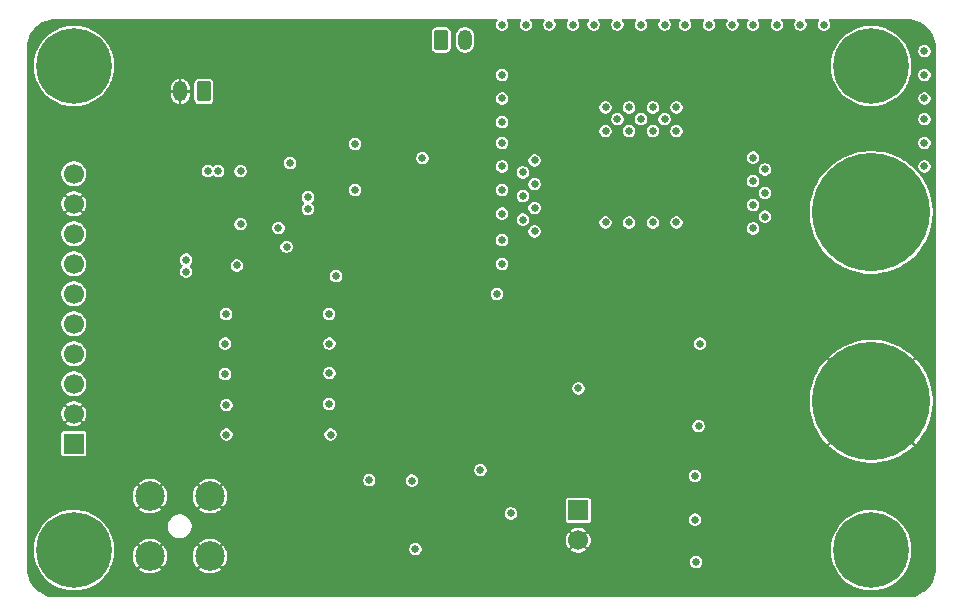
<source format=gbr>
%TF.GenerationSoftware,KiCad,Pcbnew,9.0.6*%
%TF.CreationDate,2026-02-07T23:32:21+00:00*%
%TF.ProjectId,vccs,76636373-2e6b-4696-9361-645f70636258,rev?*%
%TF.SameCoordinates,Original*%
%TF.FileFunction,Copper,L2,Inr*%
%TF.FilePolarity,Positive*%
%FSLAX46Y46*%
G04 Gerber Fmt 4.6, Leading zero omitted, Abs format (unit mm)*
G04 Created by KiCad (PCBNEW 9.0.6) date 2026-02-07 23:32:21*
%MOMM*%
%LPD*%
G01*
G04 APERTURE LIST*
G04 Aperture macros list*
%AMRoundRect*
0 Rectangle with rounded corners*
0 $1 Rounding radius*
0 $2 $3 $4 $5 $6 $7 $8 $9 X,Y pos of 4 corners*
0 Add a 4 corners polygon primitive as box body*
4,1,4,$2,$3,$4,$5,$6,$7,$8,$9,$2,$3,0*
0 Add four circle primitives for the rounded corners*
1,1,$1+$1,$2,$3*
1,1,$1+$1,$4,$5*
1,1,$1+$1,$6,$7*
1,1,$1+$1,$8,$9*
0 Add four rect primitives between the rounded corners*
20,1,$1+$1,$2,$3,$4,$5,0*
20,1,$1+$1,$4,$5,$6,$7,0*
20,1,$1+$1,$6,$7,$8,$9,0*
20,1,$1+$1,$8,$9,$2,$3,0*%
G04 Aperture macros list end*
%TA.AperFunction,ComponentPad*%
%ADD10C,0.800000*%
%TD*%
%TA.AperFunction,ComponentPad*%
%ADD11C,6.400000*%
%TD*%
%TA.AperFunction,ComponentPad*%
%ADD12C,10.000000*%
%TD*%
%TA.AperFunction,ComponentPad*%
%ADD13RoundRect,0.250000X-0.350000X-0.625000X0.350000X-0.625000X0.350000X0.625000X-0.350000X0.625000X0*%
%TD*%
%TA.AperFunction,ComponentPad*%
%ADD14O,1.200000X1.750000*%
%TD*%
%TA.AperFunction,ComponentPad*%
%ADD15RoundRect,0.250000X0.350000X0.625000X-0.350000X0.625000X-0.350000X-0.625000X0.350000X-0.625000X0*%
%TD*%
%TA.AperFunction,ComponentPad*%
%ADD16R,1.700000X1.700000*%
%TD*%
%TA.AperFunction,ComponentPad*%
%ADD17C,1.700000*%
%TD*%
%TA.AperFunction,ComponentPad*%
%ADD18C,2.500000*%
%TD*%
%TA.AperFunction,ViaPad*%
%ADD19C,0.650000*%
%TD*%
G04 APERTURE END LIST*
D10*
%TO.N,unconnected-(H2-Pad1)_8*%
%TO.C,H2*%
X147400000Y-58500000D03*
%TO.N,unconnected-(H2-Pad1)_7*%
X146697056Y-60197056D03*
%TO.N,unconnected-(H2-Pad1)_6*%
X146697056Y-56802944D03*
%TO.N,unconnected-(H2-Pad1)_5*%
X145000000Y-60900000D03*
D11*
%TO.N,unconnected-(H2-Pad1)_4*%
X145000000Y-58500000D03*
D10*
%TO.N,unconnected-(H2-Pad1)_3*%
X145000000Y-56100000D03*
%TO.N,unconnected-(H2-Pad1)_2*%
X143302944Y-60197056D03*
%TO.N,unconnected-(H2-Pad1)_1*%
X143302944Y-56802944D03*
%TO.N,unconnected-(H2-Pad1)*%
X142600000Y-58500000D03*
%TD*%
%TO.N,unconnected-(H1-Pad1)_8*%
%TO.C,H1*%
X79900000Y-58500000D03*
%TO.N,unconnected-(H1-Pad1)_7*%
X79197056Y-60197056D03*
%TO.N,unconnected-(H1-Pad1)_6*%
X79197056Y-56802944D03*
%TO.N,unconnected-(H1-Pad1)_5*%
X77500000Y-60900000D03*
D11*
%TO.N,unconnected-(H1-Pad1)_4*%
X77500000Y-58500000D03*
D10*
%TO.N,unconnected-(H1-Pad1)_3*%
X77500000Y-56100000D03*
%TO.N,unconnected-(H1-Pad1)_2*%
X75802944Y-60197056D03*
%TO.N,unconnected-(H1-Pad1)_1*%
X75802944Y-56802944D03*
%TO.N,unconnected-(H1-Pad1)*%
X75100000Y-58500000D03*
%TD*%
D12*
%TO.N,/sink/SINK_IN*%
%TO.C,J1*%
X145000000Y-70900000D03*
%TD*%
%TO.N,GND*%
%TO.C,J2*%
X145000000Y-86900000D03*
%TD*%
D10*
%TO.N,unconnected-(H3-Pad1)*%
%TO.C,H3*%
X75100000Y-99500000D03*
%TO.N,unconnected-(H3-Pad1)_1*%
X75802944Y-97802944D03*
%TO.N,unconnected-(H3-Pad1)_2*%
X75802944Y-101197056D03*
%TO.N,unconnected-(H3-Pad1)_3*%
X77500000Y-97100000D03*
D11*
%TO.N,unconnected-(H3-Pad1)_4*%
X77500000Y-99500000D03*
D10*
%TO.N,unconnected-(H3-Pad1)_5*%
X77500000Y-101900000D03*
%TO.N,unconnected-(H3-Pad1)_6*%
X79197056Y-97802944D03*
%TO.N,unconnected-(H3-Pad1)_7*%
X79197056Y-101197056D03*
%TO.N,unconnected-(H3-Pad1)_8*%
X79900000Y-99500000D03*
%TD*%
D13*
%TO.N,+5V*%
%TO.C,J3*%
X108599999Y-56300000D03*
D14*
%TO.N,Net-(D1-A)*%
X110600000Y-56300000D03*
%TD*%
D15*
%TO.N,+5V*%
%TO.C,J5*%
X88500000Y-60650000D03*
D14*
%TO.N,GND*%
X86499999Y-60650000D03*
%TD*%
D16*
%TO.N,/VCONTROL*%
%TO.C,J6*%
X77485000Y-90480000D03*
D17*
%TO.N,GND*%
X77485000Y-87940000D03*
%TO.N,/SINK_SELECT0*%
X77485000Y-85400001D03*
%TO.N,/SINK_SELECT1*%
X77485000Y-82860000D03*
%TO.N,/SINK_SELECT2*%
X77485000Y-80320000D03*
%TO.N,/SINK_SELECT3*%
X77485000Y-77780000D03*
%TO.N,/SINK_SELECT4*%
X77485000Y-75240000D03*
%TO.N,/FAN_EN*%
X77485000Y-72699999D03*
%TO.N,GND*%
X77485000Y-70160000D03*
%TO.N,+5V*%
X77485000Y-67620000D03*
%TD*%
D18*
%TO.N,GND*%
%TO.C,J4*%
X83920000Y-94920000D03*
X83920000Y-100000000D03*
X89000000Y-94920000D03*
X89000000Y-100000000D03*
%TD*%
D16*
%TO.N,/sink/ISENSE*%
%TO.C,J7*%
X120200000Y-96125000D03*
D17*
%TO.N,GND*%
X120200000Y-98665000D03*
%TD*%
D10*
%TO.N,unconnected-(H4-Pad1)*%
%TO.C,H4*%
X142600000Y-99500000D03*
%TO.N,unconnected-(H4-Pad1)_1*%
X143302944Y-97802944D03*
%TO.N,unconnected-(H4-Pad1)_2*%
X143302944Y-101197056D03*
%TO.N,unconnected-(H4-Pad1)_3*%
X145000000Y-97100000D03*
D11*
%TO.N,unconnected-(H4-Pad1)_4*%
X145000000Y-99500000D03*
D10*
%TO.N,unconnected-(H4-Pad1)_5*%
X145000000Y-101900000D03*
%TO.N,unconnected-(H4-Pad1)_6*%
X146697056Y-97802944D03*
%TO.N,unconnected-(H4-Pad1)_7*%
X146697056Y-101197056D03*
%TO.N,unconnected-(H4-Pad1)_8*%
X147400000Y-99500000D03*
%TD*%
D19*
%TO.N,Net-(C1-Pad1)*%
X106100000Y-93600000D03*
X120200000Y-85800000D03*
%TO.N,GND*%
X93100000Y-57400000D03*
X93400000Y-75900000D03*
X92200000Y-57400000D03*
X99500000Y-69100000D03*
X104672501Y-90800000D03*
X103700000Y-64750001D03*
X110600000Y-99400000D03*
X97300000Y-65500000D03*
X98725000Y-100525000D03*
X101000000Y-99900000D03*
X110300000Y-92700000D03*
X93400000Y-74900000D03*
X97300000Y-66500000D03*
%TO.N,+2V5*%
X97300000Y-69600000D03*
X97300000Y-70600000D03*
X111900000Y-92700000D03*
%TO.N,-2V5*%
X106400000Y-99400000D03*
X87000000Y-75900000D03*
X87000000Y-74900000D03*
%TO.N,/sink/SINK_IN*%
X149500000Y-67000000D03*
X129250000Y-55000000D03*
X135000000Y-72250000D03*
X123500000Y-55000000D03*
X128500000Y-71750000D03*
X135000000Y-70250000D03*
X124500000Y-62000000D03*
X122500000Y-71750000D03*
X135000000Y-66250000D03*
X123500000Y-63000000D03*
X128500000Y-64000000D03*
X135000000Y-55000000D03*
X127500000Y-55000000D03*
X122500000Y-64000000D03*
X126500000Y-62000000D03*
X116500000Y-72500000D03*
X136000000Y-71250000D03*
X136000000Y-67250000D03*
X113750000Y-61250001D03*
X124500000Y-71750000D03*
X133250000Y-55000000D03*
X149500000Y-57250000D03*
X115500000Y-69500000D03*
X125500000Y-63000000D03*
X113750000Y-65000000D03*
X117750000Y-55000000D03*
X121500000Y-55000000D03*
X139000000Y-55000000D03*
X141000000Y-55000000D03*
X115500000Y-67500000D03*
X126500000Y-64000000D03*
X113750000Y-59250000D03*
X124500000Y-64000000D03*
X149500000Y-61250000D03*
X116500000Y-66500000D03*
X115750000Y-55000000D03*
X113750000Y-75250000D03*
X149500000Y-63000000D03*
X113750000Y-71000000D03*
X149500000Y-64999999D03*
X113750000Y-73250001D03*
X119750000Y-55000000D03*
X136000000Y-69250000D03*
X113750000Y-69000000D03*
X113750000Y-63250000D03*
X135000000Y-68250001D03*
X115500000Y-71500000D03*
X131250000Y-55000000D03*
X122500000Y-62000000D03*
X128500000Y-62000000D03*
X116500000Y-68500000D03*
X126500000Y-71750000D03*
X127500000Y-63000000D03*
X113750000Y-55000000D03*
X125500000Y-55000000D03*
X137000000Y-55000000D03*
X113750000Y-67000001D03*
X116500000Y-70499999D03*
X149500000Y-59249999D03*
%TO.N,/SINK_SELECT0*%
X90400000Y-89700000D03*
X99225000Y-89700000D03*
X130500000Y-82005000D03*
%TO.N,/SINK_SELECT1*%
X90400000Y-87200000D03*
X130385001Y-89000000D03*
X99100000Y-87100000D03*
%TO.N,/SINK_SELECT2*%
X130085001Y-93200000D03*
X90300000Y-84600000D03*
X99125000Y-84500000D03*
%TO.N,/SINK_SELECT3*%
X90300000Y-82000000D03*
X99125000Y-82000000D03*
X130085001Y-96900000D03*
%TO.N,/SINK_SELECT4*%
X90380000Y-79520000D03*
X130185001Y-100500000D03*
X99100000Y-79500000D03*
%TO.N,+5V*%
X94800000Y-72200000D03*
X99700000Y-76300000D03*
X113300000Y-77800000D03*
X91600000Y-67400000D03*
X101300000Y-69000000D03*
%TO.N,/power/PGOOD*%
X89700000Y-67400000D03*
X95500000Y-73800000D03*
%TO.N,Net-(U3-FB-)*%
X91600000Y-71900000D03*
X91290000Y-75390000D03*
%TO.N,Net-(U3-FB+)*%
X88849997Y-67400000D03*
X95800000Y-66700000D03*
%TO.N,Net-(U1B--)*%
X102500000Y-93575000D03*
X114475000Y-96375000D03*
%TO.N,/FAN_EN*%
X101300000Y-65100000D03*
X107000000Y-66300000D03*
%TD*%
%TA.AperFunction,Conductor*%
%TO.N,GND*%
G36*
X113325514Y-54519407D02*
G01*
X113361478Y-54568907D01*
X113361478Y-54630093D01*
X113337328Y-54669501D01*
X113329495Y-54677335D01*
X113260312Y-54797164D01*
X113224500Y-54930817D01*
X113224500Y-55069183D01*
X113260312Y-55202836D01*
X113329495Y-55322665D01*
X113427335Y-55420505D01*
X113547164Y-55489688D01*
X113680817Y-55525500D01*
X113680819Y-55525500D01*
X113819181Y-55525500D01*
X113819183Y-55525500D01*
X113952836Y-55489688D01*
X114072665Y-55420505D01*
X114170505Y-55322665D01*
X114239688Y-55202836D01*
X114275500Y-55069183D01*
X114275500Y-54930817D01*
X114239688Y-54797164D01*
X114170505Y-54677335D01*
X114162671Y-54669501D01*
X114134896Y-54614987D01*
X114144467Y-54554555D01*
X114187732Y-54511290D01*
X114232677Y-54500500D01*
X115267323Y-54500500D01*
X115325514Y-54519407D01*
X115361478Y-54568907D01*
X115361478Y-54630093D01*
X115337328Y-54669501D01*
X115329495Y-54677335D01*
X115260312Y-54797164D01*
X115224500Y-54930817D01*
X115224500Y-55069183D01*
X115260312Y-55202836D01*
X115329495Y-55322665D01*
X115427335Y-55420505D01*
X115547164Y-55489688D01*
X115680817Y-55525500D01*
X115680819Y-55525500D01*
X115819181Y-55525500D01*
X115819183Y-55525500D01*
X115952836Y-55489688D01*
X116072665Y-55420505D01*
X116170505Y-55322665D01*
X116239688Y-55202836D01*
X116275500Y-55069183D01*
X116275500Y-54930817D01*
X116239688Y-54797164D01*
X116170505Y-54677335D01*
X116162671Y-54669501D01*
X116134896Y-54614987D01*
X116144467Y-54554555D01*
X116187732Y-54511290D01*
X116232677Y-54500500D01*
X117267323Y-54500500D01*
X117325514Y-54519407D01*
X117361478Y-54568907D01*
X117361478Y-54630093D01*
X117337328Y-54669501D01*
X117329495Y-54677335D01*
X117260312Y-54797164D01*
X117224500Y-54930817D01*
X117224500Y-55069183D01*
X117260312Y-55202836D01*
X117329495Y-55322665D01*
X117427335Y-55420505D01*
X117547164Y-55489688D01*
X117680817Y-55525500D01*
X117680819Y-55525500D01*
X117819181Y-55525500D01*
X117819183Y-55525500D01*
X117952836Y-55489688D01*
X118072665Y-55420505D01*
X118170505Y-55322665D01*
X118239688Y-55202836D01*
X118275500Y-55069183D01*
X118275500Y-54930817D01*
X118239688Y-54797164D01*
X118170505Y-54677335D01*
X118162671Y-54669501D01*
X118134896Y-54614987D01*
X118144467Y-54554555D01*
X118187732Y-54511290D01*
X118232677Y-54500500D01*
X119267323Y-54500500D01*
X119325514Y-54519407D01*
X119361478Y-54568907D01*
X119361478Y-54630093D01*
X119337328Y-54669501D01*
X119329495Y-54677335D01*
X119260312Y-54797164D01*
X119224500Y-54930817D01*
X119224500Y-55069183D01*
X119260312Y-55202836D01*
X119329495Y-55322665D01*
X119427335Y-55420505D01*
X119547164Y-55489688D01*
X119680817Y-55525500D01*
X119680819Y-55525500D01*
X119819181Y-55525500D01*
X119819183Y-55525500D01*
X119952836Y-55489688D01*
X120072665Y-55420505D01*
X120170505Y-55322665D01*
X120239688Y-55202836D01*
X120275500Y-55069183D01*
X120275500Y-54930817D01*
X120239688Y-54797164D01*
X120170505Y-54677335D01*
X120162671Y-54669501D01*
X120134896Y-54614987D01*
X120144467Y-54554555D01*
X120187732Y-54511290D01*
X120232677Y-54500500D01*
X121017323Y-54500500D01*
X121075514Y-54519407D01*
X121111478Y-54568907D01*
X121111478Y-54630093D01*
X121087328Y-54669501D01*
X121079495Y-54677335D01*
X121010312Y-54797164D01*
X120974500Y-54930817D01*
X120974500Y-55069183D01*
X121010312Y-55202836D01*
X121079495Y-55322665D01*
X121177335Y-55420505D01*
X121297164Y-55489688D01*
X121430817Y-55525500D01*
X121430819Y-55525500D01*
X121569181Y-55525500D01*
X121569183Y-55525500D01*
X121702836Y-55489688D01*
X121822665Y-55420505D01*
X121920505Y-55322665D01*
X121989688Y-55202836D01*
X122025500Y-55069183D01*
X122025500Y-54930817D01*
X121989688Y-54797164D01*
X121920505Y-54677335D01*
X121912671Y-54669501D01*
X121884896Y-54614987D01*
X121894467Y-54554555D01*
X121937732Y-54511290D01*
X121982677Y-54500500D01*
X123017323Y-54500500D01*
X123075514Y-54519407D01*
X123111478Y-54568907D01*
X123111478Y-54630093D01*
X123087328Y-54669501D01*
X123079495Y-54677335D01*
X123010312Y-54797164D01*
X122974500Y-54930817D01*
X122974500Y-55069183D01*
X123010312Y-55202836D01*
X123079495Y-55322665D01*
X123177335Y-55420505D01*
X123297164Y-55489688D01*
X123430817Y-55525500D01*
X123430819Y-55525500D01*
X123569181Y-55525500D01*
X123569183Y-55525500D01*
X123702836Y-55489688D01*
X123822665Y-55420505D01*
X123920505Y-55322665D01*
X123989688Y-55202836D01*
X124025500Y-55069183D01*
X124025500Y-54930817D01*
X123989688Y-54797164D01*
X123920505Y-54677335D01*
X123912671Y-54669501D01*
X123884896Y-54614987D01*
X123894467Y-54554555D01*
X123937732Y-54511290D01*
X123982677Y-54500500D01*
X125017323Y-54500500D01*
X125075514Y-54519407D01*
X125111478Y-54568907D01*
X125111478Y-54630093D01*
X125087328Y-54669501D01*
X125079495Y-54677335D01*
X125010312Y-54797164D01*
X124974500Y-54930817D01*
X124974500Y-55069183D01*
X125010312Y-55202836D01*
X125079495Y-55322665D01*
X125177335Y-55420505D01*
X125297164Y-55489688D01*
X125430817Y-55525500D01*
X125430819Y-55525500D01*
X125569181Y-55525500D01*
X125569183Y-55525500D01*
X125702836Y-55489688D01*
X125822665Y-55420505D01*
X125920505Y-55322665D01*
X125989688Y-55202836D01*
X126025500Y-55069183D01*
X126025500Y-54930817D01*
X125989688Y-54797164D01*
X125920505Y-54677335D01*
X125912671Y-54669501D01*
X125884896Y-54614987D01*
X125894467Y-54554555D01*
X125937732Y-54511290D01*
X125982677Y-54500500D01*
X127017323Y-54500500D01*
X127075514Y-54519407D01*
X127111478Y-54568907D01*
X127111478Y-54630093D01*
X127087328Y-54669501D01*
X127079495Y-54677335D01*
X127010312Y-54797164D01*
X126974500Y-54930817D01*
X126974500Y-55069183D01*
X127010312Y-55202836D01*
X127079495Y-55322665D01*
X127177335Y-55420505D01*
X127297164Y-55489688D01*
X127430817Y-55525500D01*
X127430819Y-55525500D01*
X127569181Y-55525500D01*
X127569183Y-55525500D01*
X127702836Y-55489688D01*
X127822665Y-55420505D01*
X127920505Y-55322665D01*
X127989688Y-55202836D01*
X128025500Y-55069183D01*
X128025500Y-54930817D01*
X127989688Y-54797164D01*
X127920505Y-54677335D01*
X127912671Y-54669501D01*
X127884896Y-54614987D01*
X127894467Y-54554555D01*
X127937732Y-54511290D01*
X127982677Y-54500500D01*
X128767323Y-54500500D01*
X128825514Y-54519407D01*
X128861478Y-54568907D01*
X128861478Y-54630093D01*
X128837328Y-54669501D01*
X128829495Y-54677335D01*
X128760312Y-54797164D01*
X128724500Y-54930817D01*
X128724500Y-55069183D01*
X128760312Y-55202836D01*
X128829495Y-55322665D01*
X128927335Y-55420505D01*
X129047164Y-55489688D01*
X129180817Y-55525500D01*
X129180819Y-55525500D01*
X129319181Y-55525500D01*
X129319183Y-55525500D01*
X129452836Y-55489688D01*
X129572665Y-55420505D01*
X129670505Y-55322665D01*
X129739688Y-55202836D01*
X129775500Y-55069183D01*
X129775500Y-54930817D01*
X129739688Y-54797164D01*
X129670505Y-54677335D01*
X129662671Y-54669501D01*
X129634896Y-54614987D01*
X129644467Y-54554555D01*
X129687732Y-54511290D01*
X129732677Y-54500500D01*
X130767323Y-54500500D01*
X130825514Y-54519407D01*
X130861478Y-54568907D01*
X130861478Y-54630093D01*
X130837328Y-54669501D01*
X130829495Y-54677335D01*
X130760312Y-54797164D01*
X130724500Y-54930817D01*
X130724500Y-55069183D01*
X130760312Y-55202836D01*
X130829495Y-55322665D01*
X130927335Y-55420505D01*
X131047164Y-55489688D01*
X131180817Y-55525500D01*
X131180819Y-55525500D01*
X131319181Y-55525500D01*
X131319183Y-55525500D01*
X131452836Y-55489688D01*
X131572665Y-55420505D01*
X131670505Y-55322665D01*
X131739688Y-55202836D01*
X131775500Y-55069183D01*
X131775500Y-54930817D01*
X131739688Y-54797164D01*
X131670505Y-54677335D01*
X131662671Y-54669501D01*
X131634896Y-54614987D01*
X131644467Y-54554555D01*
X131687732Y-54511290D01*
X131732677Y-54500500D01*
X132767323Y-54500500D01*
X132825514Y-54519407D01*
X132861478Y-54568907D01*
X132861478Y-54630093D01*
X132837328Y-54669501D01*
X132829495Y-54677335D01*
X132760312Y-54797164D01*
X132724500Y-54930817D01*
X132724500Y-55069183D01*
X132760312Y-55202836D01*
X132829495Y-55322665D01*
X132927335Y-55420505D01*
X133047164Y-55489688D01*
X133180817Y-55525500D01*
X133180819Y-55525500D01*
X133319181Y-55525500D01*
X133319183Y-55525500D01*
X133452836Y-55489688D01*
X133572665Y-55420505D01*
X133670505Y-55322665D01*
X133739688Y-55202836D01*
X133775500Y-55069183D01*
X133775500Y-54930817D01*
X133739688Y-54797164D01*
X133670505Y-54677335D01*
X133662671Y-54669501D01*
X133634896Y-54614987D01*
X133644467Y-54554555D01*
X133687732Y-54511290D01*
X133732677Y-54500500D01*
X134517323Y-54500500D01*
X134575514Y-54519407D01*
X134611478Y-54568907D01*
X134611478Y-54630093D01*
X134587328Y-54669501D01*
X134579495Y-54677335D01*
X134510312Y-54797164D01*
X134474500Y-54930817D01*
X134474500Y-55069183D01*
X134510312Y-55202836D01*
X134579495Y-55322665D01*
X134677335Y-55420505D01*
X134797164Y-55489688D01*
X134930817Y-55525500D01*
X134930819Y-55525500D01*
X135069181Y-55525500D01*
X135069183Y-55525500D01*
X135202836Y-55489688D01*
X135322665Y-55420505D01*
X135420505Y-55322665D01*
X135489688Y-55202836D01*
X135525500Y-55069183D01*
X135525500Y-54930817D01*
X135489688Y-54797164D01*
X135420505Y-54677335D01*
X135412671Y-54669501D01*
X135384896Y-54614987D01*
X135394467Y-54554555D01*
X135437732Y-54511290D01*
X135482677Y-54500500D01*
X136517323Y-54500500D01*
X136575514Y-54519407D01*
X136611478Y-54568907D01*
X136611478Y-54630093D01*
X136587328Y-54669501D01*
X136579495Y-54677335D01*
X136510312Y-54797164D01*
X136474500Y-54930817D01*
X136474500Y-55069183D01*
X136510312Y-55202836D01*
X136579495Y-55322665D01*
X136677335Y-55420505D01*
X136797164Y-55489688D01*
X136930817Y-55525500D01*
X136930819Y-55525500D01*
X137069181Y-55525500D01*
X137069183Y-55525500D01*
X137202836Y-55489688D01*
X137322665Y-55420505D01*
X137420505Y-55322665D01*
X137489688Y-55202836D01*
X137525500Y-55069183D01*
X137525500Y-54930817D01*
X137489688Y-54797164D01*
X137420505Y-54677335D01*
X137412671Y-54669501D01*
X137384896Y-54614987D01*
X137394467Y-54554555D01*
X137437732Y-54511290D01*
X137482677Y-54500500D01*
X138517323Y-54500500D01*
X138575514Y-54519407D01*
X138611478Y-54568907D01*
X138611478Y-54630093D01*
X138587328Y-54669501D01*
X138579495Y-54677335D01*
X138510312Y-54797164D01*
X138474500Y-54930817D01*
X138474500Y-55069183D01*
X138510312Y-55202836D01*
X138579495Y-55322665D01*
X138677335Y-55420505D01*
X138797164Y-55489688D01*
X138930817Y-55525500D01*
X138930819Y-55525500D01*
X139069181Y-55525500D01*
X139069183Y-55525500D01*
X139202836Y-55489688D01*
X139322665Y-55420505D01*
X139420505Y-55322665D01*
X139489688Y-55202836D01*
X139525500Y-55069183D01*
X139525500Y-54930817D01*
X139489688Y-54797164D01*
X139420505Y-54677335D01*
X139412671Y-54669501D01*
X139384896Y-54614987D01*
X139394467Y-54554555D01*
X139437732Y-54511290D01*
X139482677Y-54500500D01*
X140517323Y-54500500D01*
X140575514Y-54519407D01*
X140611478Y-54568907D01*
X140611478Y-54630093D01*
X140587328Y-54669501D01*
X140579495Y-54677335D01*
X140510312Y-54797164D01*
X140474500Y-54930817D01*
X140474500Y-55069183D01*
X140510312Y-55202836D01*
X140579495Y-55322665D01*
X140677335Y-55420505D01*
X140797164Y-55489688D01*
X140930817Y-55525500D01*
X140930819Y-55525500D01*
X141069181Y-55525500D01*
X141069183Y-55525500D01*
X141202836Y-55489688D01*
X141322665Y-55420505D01*
X141420505Y-55322665D01*
X141489688Y-55202836D01*
X141525500Y-55069183D01*
X141525500Y-54930817D01*
X141489688Y-54797164D01*
X141420505Y-54677335D01*
X141412671Y-54669501D01*
X141384896Y-54614987D01*
X141394467Y-54554555D01*
X141437732Y-54511290D01*
X141482677Y-54500500D01*
X147934108Y-54500500D01*
X147997015Y-54500500D01*
X148002992Y-54500681D01*
X148295309Y-54518362D01*
X148307164Y-54519802D01*
X148592281Y-54572051D01*
X148603883Y-54574911D01*
X148880623Y-54661147D01*
X148891786Y-54665380D01*
X149148849Y-54781075D01*
X149156119Y-54784347D01*
X149166704Y-54789903D01*
X149414758Y-54939856D01*
X149424583Y-54946638D01*
X149652755Y-55125399D01*
X149661704Y-55133326D01*
X149866673Y-55338295D01*
X149874600Y-55347244D01*
X150036435Y-55553812D01*
X150053356Y-55575409D01*
X150060145Y-55585245D01*
X150081595Y-55620727D01*
X150210096Y-55833295D01*
X150215652Y-55843880D01*
X150334616Y-56108206D01*
X150338855Y-56119384D01*
X150425087Y-56396113D01*
X150427948Y-56407721D01*
X150480196Y-56692828D01*
X150481637Y-56704695D01*
X150499319Y-56997006D01*
X150499500Y-57002984D01*
X150499500Y-100997015D01*
X150499319Y-101002993D01*
X150481637Y-101295304D01*
X150480196Y-101307171D01*
X150427948Y-101592278D01*
X150425087Y-101603886D01*
X150338855Y-101880615D01*
X150334616Y-101891793D01*
X150215652Y-102156119D01*
X150210096Y-102166704D01*
X150060147Y-102414751D01*
X150053356Y-102424590D01*
X149874600Y-102652755D01*
X149866673Y-102661704D01*
X149661704Y-102866673D01*
X149652755Y-102874600D01*
X149424590Y-103053356D01*
X149414751Y-103060147D01*
X149166704Y-103210096D01*
X149156119Y-103215652D01*
X148891793Y-103334616D01*
X148880615Y-103338855D01*
X148603886Y-103425087D01*
X148592278Y-103427948D01*
X148307171Y-103480196D01*
X148295304Y-103481637D01*
X148023993Y-103498048D01*
X148002991Y-103499319D01*
X147997015Y-103499500D01*
X76002985Y-103499500D01*
X75997008Y-103499319D01*
X75973564Y-103497900D01*
X75704695Y-103481637D01*
X75692828Y-103480196D01*
X75407721Y-103427948D01*
X75396113Y-103425087D01*
X75119384Y-103338855D01*
X75108206Y-103334616D01*
X74843880Y-103215652D01*
X74833295Y-103210096D01*
X74585248Y-103060147D01*
X74575413Y-103053358D01*
X74347244Y-102874600D01*
X74338295Y-102866673D01*
X74133326Y-102661704D01*
X74125399Y-102652755D01*
X73946638Y-102424583D01*
X73939856Y-102414758D01*
X73789903Y-102166704D01*
X73784347Y-102156119D01*
X73665383Y-101891793D01*
X73661147Y-101880623D01*
X73574911Y-101603883D01*
X73572051Y-101592278D01*
X73519802Y-101307164D01*
X73518362Y-101295303D01*
X73500681Y-101002992D01*
X73500500Y-100997015D01*
X73500500Y-99332946D01*
X74099500Y-99332946D01*
X74099500Y-99667053D01*
X74132248Y-99999555D01*
X74197431Y-100327253D01*
X74294414Y-100646967D01*
X74422273Y-100955645D01*
X74422286Y-100955672D01*
X74579773Y-101250312D01*
X74689346Y-101414297D01*
X74765399Y-101528118D01*
X74977357Y-101786390D01*
X75213610Y-102022643D01*
X75471882Y-102234601D01*
X75610783Y-102327412D01*
X75749687Y-102420226D01*
X76044327Y-102577713D01*
X76044346Y-102577723D01*
X76353024Y-102705582D01*
X76353026Y-102705582D01*
X76353032Y-102705585D01*
X76629376Y-102789412D01*
X76672749Y-102802569D01*
X77000441Y-102867751D01*
X77332944Y-102900500D01*
X77332947Y-102900500D01*
X77667053Y-102900500D01*
X77667056Y-102900500D01*
X77999559Y-102867751D01*
X78327251Y-102802569D01*
X78516857Y-102745052D01*
X78646967Y-102705585D01*
X78646969Y-102705583D01*
X78646976Y-102705582D01*
X78955654Y-102577723D01*
X79242147Y-102424590D01*
X79250312Y-102420226D01*
X79258506Y-102414751D01*
X79528118Y-102234601D01*
X79786390Y-102022643D01*
X80022643Y-101786390D01*
X80234601Y-101528118D01*
X80420224Y-101250315D01*
X80420226Y-101250312D01*
X80549562Y-101008341D01*
X80577713Y-100955672D01*
X80577723Y-100955654D01*
X80705582Y-100646976D01*
X80802569Y-100327251D01*
X80867751Y-99999559D01*
X80878948Y-99885879D01*
X82470000Y-99885879D01*
X82470000Y-100114120D01*
X82505702Y-100339538D01*
X82576232Y-100556607D01*
X82679847Y-100759963D01*
X82814001Y-100944610D01*
X82823984Y-100954593D01*
X83250537Y-100528039D01*
X83259762Y-100541844D01*
X83378156Y-100660238D01*
X83391960Y-100669462D01*
X82965407Y-101096016D01*
X82975389Y-101105998D01*
X83160036Y-101240152D01*
X83363392Y-101343767D01*
X83580461Y-101414297D01*
X83805880Y-101450000D01*
X84034120Y-101450000D01*
X84259538Y-101414297D01*
X84476607Y-101343767D01*
X84679963Y-101240152D01*
X84864610Y-101105998D01*
X84874593Y-101096016D01*
X84448039Y-100669462D01*
X84461844Y-100660238D01*
X84580238Y-100541844D01*
X84589462Y-100528039D01*
X85016016Y-100954593D01*
X85025998Y-100944610D01*
X85160152Y-100759963D01*
X85263767Y-100556607D01*
X85334297Y-100339538D01*
X85370000Y-100114120D01*
X85370000Y-99885879D01*
X87550000Y-99885879D01*
X87550000Y-100114120D01*
X87585702Y-100339538D01*
X87656232Y-100556607D01*
X87759847Y-100759963D01*
X87894001Y-100944610D01*
X87903984Y-100954593D01*
X88330537Y-100528039D01*
X88339762Y-100541844D01*
X88458156Y-100660238D01*
X88471960Y-100669462D01*
X88045407Y-101096016D01*
X88055389Y-101105998D01*
X88240036Y-101240152D01*
X88443392Y-101343767D01*
X88660461Y-101414297D01*
X88885880Y-101450000D01*
X89114120Y-101450000D01*
X89339538Y-101414297D01*
X89556607Y-101343767D01*
X89759963Y-101240152D01*
X89944610Y-101105998D01*
X89954593Y-101096016D01*
X89528039Y-100669462D01*
X89541844Y-100660238D01*
X89660238Y-100541844D01*
X89669462Y-100528039D01*
X90096016Y-100954593D01*
X90105998Y-100944610D01*
X90240152Y-100759963D01*
X90343767Y-100556607D01*
X90384639Y-100430817D01*
X129659501Y-100430817D01*
X129659501Y-100569183D01*
X129695313Y-100702836D01*
X129764496Y-100822665D01*
X129862336Y-100920505D01*
X129982165Y-100989688D01*
X130115818Y-101025500D01*
X130115820Y-101025500D01*
X130254182Y-101025500D01*
X130254184Y-101025500D01*
X130387837Y-100989688D01*
X130507666Y-100920505D01*
X130605506Y-100822665D01*
X130674689Y-100702836D01*
X130710501Y-100569183D01*
X130710501Y-100430817D01*
X130674689Y-100297164D01*
X130605506Y-100177335D01*
X130507666Y-100079495D01*
X130387837Y-100010312D01*
X130254184Y-99974500D01*
X130115818Y-99974500D01*
X129982165Y-100010312D01*
X129862336Y-100079495D01*
X129764496Y-100177335D01*
X129695313Y-100297164D01*
X129659501Y-100430817D01*
X90384639Y-100430817D01*
X90396688Y-100393735D01*
X90396688Y-100393734D01*
X90414296Y-100339540D01*
X90450000Y-100114120D01*
X90450000Y-99885879D01*
X90414297Y-99660461D01*
X90343767Y-99443392D01*
X90306002Y-99369273D01*
X90286408Y-99330817D01*
X105874500Y-99330817D01*
X105874500Y-99469183D01*
X105910312Y-99602836D01*
X105979495Y-99722665D01*
X106077335Y-99820505D01*
X106197164Y-99889688D01*
X106330817Y-99925500D01*
X106330819Y-99925500D01*
X106469181Y-99925500D01*
X106469183Y-99925500D01*
X106602836Y-99889688D01*
X106722665Y-99820505D01*
X106820505Y-99722665D01*
X106889688Y-99602836D01*
X106925500Y-99469183D01*
X106925500Y-99330817D01*
X106889688Y-99197164D01*
X106820505Y-99077335D01*
X106722665Y-98979495D01*
X106602836Y-98910312D01*
X106469183Y-98874500D01*
X106330817Y-98874500D01*
X106197164Y-98910312D01*
X106077335Y-98979495D01*
X105979495Y-99077335D01*
X105910312Y-99197164D01*
X105874500Y-99330817D01*
X90286408Y-99330817D01*
X90240152Y-99240036D01*
X90105998Y-99055389D01*
X90096016Y-99045407D01*
X89669462Y-99471960D01*
X89660238Y-99458156D01*
X89541844Y-99339762D01*
X89528039Y-99330537D01*
X89954593Y-98903984D01*
X89944610Y-98894001D01*
X89759963Y-98759847D01*
X89556605Y-98656231D01*
X89540123Y-98650876D01*
X89540122Y-98650876D01*
X89339538Y-98585702D01*
X89187241Y-98561581D01*
X119150000Y-98561581D01*
X119150000Y-98768418D01*
X119190349Y-98971272D01*
X119269501Y-99162360D01*
X119269508Y-99162374D01*
X119384405Y-99334329D01*
X119386826Y-99336750D01*
X119782210Y-98941365D01*
X119799901Y-98972007D01*
X119892993Y-99065099D01*
X119923632Y-99082788D01*
X119528249Y-99478173D01*
X119530670Y-99480594D01*
X119702625Y-99595491D01*
X119702639Y-99595498D01*
X119893727Y-99674650D01*
X120096581Y-99714999D01*
X120096586Y-99715000D01*
X120303414Y-99715000D01*
X120303418Y-99714999D01*
X120506272Y-99674650D01*
X120697360Y-99595498D01*
X120697366Y-99595495D01*
X120869333Y-99480591D01*
X120871750Y-99478173D01*
X120476366Y-99082789D01*
X120507007Y-99065099D01*
X120600099Y-98972007D01*
X120617789Y-98941366D01*
X121013173Y-99336750D01*
X121015592Y-99334332D01*
X121016518Y-99332946D01*
X141599500Y-99332946D01*
X141599500Y-99667053D01*
X141632248Y-99999555D01*
X141697431Y-100327253D01*
X141794414Y-100646967D01*
X141922273Y-100955645D01*
X141922286Y-100955672D01*
X142079773Y-101250312D01*
X142189346Y-101414297D01*
X142265399Y-101528118D01*
X142477357Y-101786390D01*
X142713610Y-102022643D01*
X142971882Y-102234601D01*
X143110783Y-102327412D01*
X143249687Y-102420226D01*
X143544327Y-102577713D01*
X143544346Y-102577723D01*
X143853024Y-102705582D01*
X143853026Y-102705582D01*
X143853032Y-102705585D01*
X144129376Y-102789412D01*
X144172749Y-102802569D01*
X144500441Y-102867751D01*
X144832944Y-102900500D01*
X144832947Y-102900500D01*
X145167053Y-102900500D01*
X145167056Y-102900500D01*
X145499559Y-102867751D01*
X145827251Y-102802569D01*
X146016857Y-102745052D01*
X146146967Y-102705585D01*
X146146969Y-102705583D01*
X146146976Y-102705582D01*
X146455654Y-102577723D01*
X146742147Y-102424590D01*
X146750312Y-102420226D01*
X146758506Y-102414751D01*
X147028118Y-102234601D01*
X147286390Y-102022643D01*
X147522643Y-101786390D01*
X147734601Y-101528118D01*
X147920224Y-101250315D01*
X147925657Y-101240152D01*
X148002698Y-101096016D01*
X148077723Y-100955654D01*
X148205582Y-100646976D01*
X148302569Y-100327251D01*
X148367751Y-99999559D01*
X148400500Y-99667056D01*
X148400500Y-99332944D01*
X148367751Y-99000441D01*
X148302569Y-98672749D01*
X148241675Y-98472007D01*
X148205585Y-98353032D01*
X148157581Y-98237139D01*
X148077723Y-98044346D01*
X148077713Y-98044327D01*
X147920226Y-97749687D01*
X147792505Y-97558541D01*
X147734601Y-97471882D01*
X147522643Y-97213610D01*
X147286390Y-96977357D01*
X147276427Y-96969181D01*
X147028119Y-96765400D01*
X146750312Y-96579773D01*
X146455672Y-96422286D01*
X146455660Y-96422280D01*
X146455654Y-96422277D01*
X146455649Y-96422274D01*
X146455645Y-96422273D01*
X146146967Y-96294414D01*
X145827253Y-96197431D01*
X145606777Y-96153576D01*
X145499559Y-96132249D01*
X145499557Y-96132248D01*
X145256491Y-96108308D01*
X145167056Y-96099500D01*
X144832944Y-96099500D01*
X144734700Y-96109176D01*
X144500444Y-96132248D01*
X144172746Y-96197431D01*
X143853032Y-96294414D01*
X143544354Y-96422273D01*
X143544327Y-96422286D01*
X143249687Y-96579773D01*
X142971880Y-96765400D01*
X142713615Y-96977352D01*
X142477352Y-97213615D01*
X142265400Y-97471880D01*
X142079773Y-97749687D01*
X141922286Y-98044327D01*
X141922273Y-98044354D01*
X141794414Y-98353032D01*
X141697431Y-98672746D01*
X141632248Y-99000444D01*
X141616300Y-99162374D01*
X141599710Y-99330818D01*
X141599500Y-99332946D01*
X121016518Y-99332946D01*
X121054895Y-99275512D01*
X121130495Y-99162366D01*
X121130498Y-99162360D01*
X121209650Y-98971272D01*
X121249999Y-98768418D01*
X121250000Y-98768413D01*
X121250000Y-98561586D01*
X121249999Y-98561581D01*
X121209650Y-98358727D01*
X121130498Y-98167639D01*
X121130491Y-98167625D01*
X121015594Y-97995670D01*
X121013173Y-97993249D01*
X120617788Y-98388632D01*
X120600099Y-98357993D01*
X120507007Y-98264901D01*
X120476365Y-98247210D01*
X120871750Y-97851826D01*
X120869329Y-97849405D01*
X120697374Y-97734508D01*
X120697360Y-97734501D01*
X120506272Y-97655349D01*
X120303418Y-97615000D01*
X120096581Y-97615000D01*
X119893727Y-97655349D01*
X119702639Y-97734501D01*
X119702630Y-97734505D01*
X119530665Y-97849410D01*
X119528248Y-97851825D01*
X119923633Y-98247210D01*
X119892993Y-98264901D01*
X119799901Y-98357993D01*
X119782210Y-98388633D01*
X119386825Y-97993248D01*
X119384410Y-97995665D01*
X119269505Y-98167630D01*
X119269501Y-98167639D01*
X119190349Y-98358727D01*
X119150000Y-98561581D01*
X89187241Y-98561581D01*
X89114120Y-98550000D01*
X88885880Y-98550000D01*
X88660461Y-98585702D01*
X88443392Y-98656232D01*
X88240036Y-98759847D01*
X88055389Y-98894001D01*
X88045407Y-98903984D01*
X88471960Y-99330537D01*
X88458156Y-99339762D01*
X88339762Y-99458156D01*
X88330537Y-99471960D01*
X87903984Y-99045407D01*
X87894001Y-99055389D01*
X87759847Y-99240036D01*
X87656232Y-99443392D01*
X87585702Y-99660461D01*
X87550000Y-99885879D01*
X85370000Y-99885879D01*
X85334297Y-99660461D01*
X85263767Y-99443392D01*
X85160152Y-99240036D01*
X85025998Y-99055389D01*
X85016016Y-99045407D01*
X84589462Y-99471960D01*
X84580238Y-99458156D01*
X84461844Y-99339762D01*
X84448039Y-99330537D01*
X84874593Y-98903984D01*
X84864610Y-98894001D01*
X84679963Y-98759847D01*
X84476607Y-98656232D01*
X84259538Y-98585702D01*
X84034120Y-98550000D01*
X83805880Y-98550000D01*
X83580461Y-98585702D01*
X83363392Y-98656232D01*
X83160036Y-98759847D01*
X82975389Y-98894001D01*
X82965407Y-98903984D01*
X83391960Y-99330537D01*
X83378156Y-99339762D01*
X83259762Y-99458156D01*
X83250537Y-99471960D01*
X82823984Y-99045407D01*
X82814001Y-99055389D01*
X82679847Y-99240036D01*
X82576232Y-99443392D01*
X82505702Y-99660461D01*
X82470000Y-99885879D01*
X80878948Y-99885879D01*
X80900500Y-99667056D01*
X80900500Y-99332944D01*
X80867751Y-99000441D01*
X80802569Y-98672749D01*
X80741675Y-98472007D01*
X80705585Y-98353032D01*
X80657581Y-98237139D01*
X80577723Y-98044346D01*
X80577713Y-98044327D01*
X80420226Y-97749687D01*
X80292505Y-97558541D01*
X80234601Y-97471882D01*
X80143977Y-97361456D01*
X85459500Y-97361456D01*
X85459500Y-97558543D01*
X85485132Y-97687403D01*
X85497521Y-97749685D01*
X85497949Y-97751834D01*
X85497949Y-97751836D01*
X85573367Y-97933913D01*
X85573368Y-97933914D01*
X85682861Y-98097782D01*
X85822218Y-98237139D01*
X85986086Y-98346632D01*
X86168165Y-98422051D01*
X86361459Y-98460500D01*
X86361460Y-98460500D01*
X86558540Y-98460500D01*
X86558541Y-98460500D01*
X86751835Y-98422051D01*
X86933914Y-98346632D01*
X87097782Y-98237139D01*
X87237139Y-98097782D01*
X87346632Y-97933914D01*
X87422051Y-97751835D01*
X87460500Y-97558541D01*
X87460500Y-97361459D01*
X87422051Y-97168165D01*
X87346632Y-96986086D01*
X87237139Y-96822218D01*
X87097782Y-96682861D01*
X86988288Y-96609699D01*
X86933913Y-96573367D01*
X86751835Y-96497949D01*
X86558543Y-96459500D01*
X86558541Y-96459500D01*
X86361459Y-96459500D01*
X86361456Y-96459500D01*
X86168165Y-96497949D01*
X86168163Y-96497949D01*
X85986086Y-96573367D01*
X85822218Y-96682861D01*
X85822214Y-96682864D01*
X85682864Y-96822214D01*
X85682861Y-96822218D01*
X85573367Y-96986086D01*
X85497949Y-97168163D01*
X85497949Y-97168165D01*
X85459500Y-97361456D01*
X80143977Y-97361456D01*
X80022643Y-97213610D01*
X79786390Y-96977357D01*
X79776427Y-96969181D01*
X79528119Y-96765400D01*
X79250312Y-96579773D01*
X78955672Y-96422286D01*
X78955660Y-96422280D01*
X78955654Y-96422277D01*
X78955649Y-96422274D01*
X78955645Y-96422273D01*
X78646967Y-96294414D01*
X78327253Y-96197431D01*
X78106777Y-96153576D01*
X77999559Y-96132249D01*
X77999557Y-96132248D01*
X77756491Y-96108308D01*
X77667056Y-96099500D01*
X77332944Y-96099500D01*
X77234700Y-96109176D01*
X77000444Y-96132248D01*
X76672746Y-96197431D01*
X76353032Y-96294414D01*
X76044354Y-96422273D01*
X76044327Y-96422286D01*
X75749687Y-96579773D01*
X75471880Y-96765400D01*
X75213615Y-96977352D01*
X74977352Y-97213615D01*
X74765400Y-97471880D01*
X74579773Y-97749687D01*
X74422286Y-98044327D01*
X74422273Y-98044354D01*
X74294414Y-98353032D01*
X74197431Y-98672746D01*
X74132248Y-99000444D01*
X74116300Y-99162374D01*
X74099710Y-99330818D01*
X74099500Y-99332946D01*
X73500500Y-99332946D01*
X73500500Y-94805879D01*
X82470000Y-94805879D01*
X82470000Y-95034120D01*
X82505702Y-95259538D01*
X82576232Y-95476607D01*
X82679847Y-95679963D01*
X82814001Y-95864610D01*
X82823984Y-95874593D01*
X83250537Y-95448039D01*
X83259762Y-95461844D01*
X83378156Y-95580238D01*
X83391960Y-95589462D01*
X82965407Y-96016016D01*
X82975389Y-96025998D01*
X83160036Y-96160152D01*
X83363392Y-96263767D01*
X83580461Y-96334297D01*
X83805880Y-96370000D01*
X84034120Y-96370000D01*
X84259538Y-96334297D01*
X84476607Y-96263767D01*
X84679963Y-96160152D01*
X84864610Y-96025998D01*
X84874593Y-96016016D01*
X84448039Y-95589462D01*
X84461844Y-95580238D01*
X84580238Y-95461844D01*
X84589462Y-95448039D01*
X85016016Y-95874593D01*
X85025998Y-95864610D01*
X85160152Y-95679963D01*
X85263767Y-95476607D01*
X85334297Y-95259538D01*
X85370000Y-95034120D01*
X85370000Y-94805879D01*
X87550000Y-94805879D01*
X87550000Y-95034120D01*
X87585702Y-95259538D01*
X87656232Y-95476607D01*
X87759847Y-95679963D01*
X87894001Y-95864610D01*
X87903984Y-95874593D01*
X88330537Y-95448039D01*
X88339762Y-95461844D01*
X88458156Y-95580238D01*
X88471960Y-95589462D01*
X88045407Y-96016016D01*
X88055389Y-96025998D01*
X88240036Y-96160152D01*
X88443392Y-96263767D01*
X88660461Y-96334297D01*
X88885880Y-96370000D01*
X89114120Y-96370000D01*
X89339538Y-96334297D01*
X89427190Y-96305817D01*
X113949500Y-96305817D01*
X113949500Y-96444183D01*
X113985312Y-96577836D01*
X114054495Y-96697665D01*
X114152335Y-96795505D01*
X114272164Y-96864688D01*
X114405817Y-96900500D01*
X114405819Y-96900500D01*
X114544181Y-96900500D01*
X114544183Y-96900500D01*
X114677836Y-96864688D01*
X114797665Y-96795505D01*
X114895505Y-96697665D01*
X114964688Y-96577836D01*
X115000500Y-96444183D01*
X115000500Y-96305817D01*
X114964688Y-96172164D01*
X114895505Y-96052335D01*
X114797665Y-95954495D01*
X114677836Y-95885312D01*
X114544183Y-95849500D01*
X114405817Y-95849500D01*
X114272164Y-95885312D01*
X114152335Y-95954495D01*
X114054495Y-96052335D01*
X113985312Y-96172164D01*
X113949500Y-96305817D01*
X89427190Y-96305817D01*
X89556607Y-96263767D01*
X89659938Y-96211118D01*
X89759963Y-96160152D01*
X89944610Y-96025998D01*
X89954593Y-96016016D01*
X89528039Y-95589462D01*
X89541844Y-95580238D01*
X89660238Y-95461844D01*
X89669462Y-95448039D01*
X90096016Y-95874593D01*
X90105998Y-95864610D01*
X90240152Y-95679963D01*
X90343767Y-95476607D01*
X90414297Y-95259538D01*
X90414976Y-95255253D01*
X119149500Y-95255253D01*
X119149500Y-96994746D01*
X119149501Y-96994758D01*
X119161132Y-97053227D01*
X119161134Y-97053233D01*
X119205445Y-97119548D01*
X119205448Y-97119552D01*
X119271769Y-97163867D01*
X119316231Y-97172711D01*
X119330241Y-97175498D01*
X119330246Y-97175498D01*
X119330252Y-97175500D01*
X119330253Y-97175500D01*
X121069747Y-97175500D01*
X121069748Y-97175500D01*
X121128231Y-97163867D01*
X121194552Y-97119552D01*
X121238867Y-97053231D01*
X121250500Y-96994748D01*
X121250500Y-96830817D01*
X129559501Y-96830817D01*
X129559501Y-96969183D01*
X129595313Y-97102836D01*
X129664496Y-97222665D01*
X129762336Y-97320505D01*
X129882165Y-97389688D01*
X130015818Y-97425500D01*
X130015820Y-97425500D01*
X130154182Y-97425500D01*
X130154184Y-97425500D01*
X130287837Y-97389688D01*
X130407666Y-97320505D01*
X130505506Y-97222665D01*
X130574689Y-97102836D01*
X130610501Y-96969183D01*
X130610501Y-96830817D01*
X130574689Y-96697164D01*
X130505506Y-96577335D01*
X130407666Y-96479495D01*
X130287837Y-96410312D01*
X130154184Y-96374500D01*
X130015818Y-96374500D01*
X129882165Y-96410312D01*
X129762336Y-96479495D01*
X129664496Y-96577335D01*
X129595313Y-96697164D01*
X129559501Y-96830817D01*
X121250500Y-96830817D01*
X121250500Y-95255252D01*
X121238867Y-95196769D01*
X121194552Y-95130448D01*
X121194548Y-95130445D01*
X121128233Y-95086134D01*
X121128231Y-95086133D01*
X121128228Y-95086132D01*
X121128227Y-95086132D01*
X121069758Y-95074501D01*
X121069748Y-95074500D01*
X119330252Y-95074500D01*
X119330251Y-95074500D01*
X119330241Y-95074501D01*
X119271772Y-95086132D01*
X119271766Y-95086134D01*
X119205451Y-95130445D01*
X119205445Y-95130451D01*
X119161134Y-95196766D01*
X119161132Y-95196772D01*
X119149501Y-95255241D01*
X119149500Y-95255253D01*
X90414976Y-95255253D01*
X90418199Y-95234902D01*
X90418199Y-95234901D01*
X90450000Y-95034120D01*
X90450000Y-94805879D01*
X90414297Y-94580461D01*
X90343767Y-94363392D01*
X90240152Y-94160036D01*
X90105998Y-93975389D01*
X90096016Y-93965407D01*
X89669462Y-94391960D01*
X89660238Y-94378156D01*
X89541844Y-94259762D01*
X89528039Y-94250537D01*
X89954593Y-93823984D01*
X89944610Y-93814001D01*
X89759963Y-93679847D01*
X89578796Y-93587538D01*
X89578793Y-93587535D01*
X89556614Y-93576234D01*
X89556611Y-93576233D01*
X89339892Y-93505817D01*
X101974500Y-93505817D01*
X101974500Y-93644183D01*
X102010312Y-93777836D01*
X102079495Y-93897665D01*
X102177335Y-93995505D01*
X102297164Y-94064688D01*
X102430817Y-94100500D01*
X102430819Y-94100500D01*
X102569181Y-94100500D01*
X102569183Y-94100500D01*
X102702836Y-94064688D01*
X102822665Y-93995505D01*
X102920505Y-93897665D01*
X102989688Y-93777836D01*
X103025500Y-93644183D01*
X103025500Y-93530817D01*
X105574500Y-93530817D01*
X105574500Y-93669183D01*
X105610312Y-93802836D01*
X105679495Y-93922665D01*
X105777335Y-94020505D01*
X105897164Y-94089688D01*
X106030817Y-94125500D01*
X106030819Y-94125500D01*
X106169181Y-94125500D01*
X106169183Y-94125500D01*
X106302836Y-94089688D01*
X106422665Y-94020505D01*
X106520505Y-93922665D01*
X106589688Y-93802836D01*
X106625500Y-93669183D01*
X106625500Y-93530817D01*
X106589688Y-93397164D01*
X106520505Y-93277335D01*
X106422665Y-93179495D01*
X106302836Y-93110312D01*
X106169183Y-93074500D01*
X106030817Y-93074500D01*
X105897164Y-93110312D01*
X105777335Y-93179495D01*
X105679495Y-93277335D01*
X105610312Y-93397164D01*
X105574500Y-93530817D01*
X103025500Y-93530817D01*
X103025500Y-93505817D01*
X102989688Y-93372164D01*
X102920505Y-93252335D01*
X102822665Y-93154495D01*
X102702836Y-93085312D01*
X102569183Y-93049500D01*
X102430817Y-93049500D01*
X102297164Y-93085312D01*
X102177335Y-93154495D01*
X102079495Y-93252335D01*
X102010312Y-93372164D01*
X101974500Y-93505817D01*
X89339892Y-93505817D01*
X89339538Y-93505702D01*
X89114120Y-93470000D01*
X88885880Y-93470000D01*
X88660461Y-93505702D01*
X88443392Y-93576232D01*
X88240036Y-93679847D01*
X88055389Y-93814001D01*
X88045407Y-93823984D01*
X88471960Y-94250537D01*
X88458156Y-94259762D01*
X88339762Y-94378156D01*
X88330537Y-94391960D01*
X87903984Y-93965407D01*
X87894001Y-93975389D01*
X87759847Y-94160036D01*
X87656232Y-94363392D01*
X87585702Y-94580461D01*
X87550000Y-94805879D01*
X85370000Y-94805879D01*
X85334297Y-94580461D01*
X85263767Y-94363392D01*
X85160152Y-94160036D01*
X85025998Y-93975389D01*
X85016016Y-93965407D01*
X84589462Y-94391960D01*
X84580238Y-94378156D01*
X84461844Y-94259762D01*
X84448039Y-94250537D01*
X84874593Y-93823984D01*
X84864610Y-93814001D01*
X84679963Y-93679847D01*
X84476607Y-93576232D01*
X84259538Y-93505702D01*
X84034120Y-93470000D01*
X83805880Y-93470000D01*
X83580461Y-93505702D01*
X83363392Y-93576232D01*
X83160036Y-93679847D01*
X82975389Y-93814001D01*
X82965407Y-93823984D01*
X83391960Y-94250537D01*
X83378156Y-94259762D01*
X83259762Y-94378156D01*
X83250537Y-94391960D01*
X82823984Y-93965407D01*
X82814001Y-93975389D01*
X82679847Y-94160036D01*
X82576232Y-94363392D01*
X82505702Y-94580461D01*
X82470000Y-94805879D01*
X73500500Y-94805879D01*
X73500500Y-92630817D01*
X111374500Y-92630817D01*
X111374500Y-92769183D01*
X111410312Y-92902836D01*
X111479495Y-93022665D01*
X111577335Y-93120505D01*
X111697164Y-93189688D01*
X111830817Y-93225500D01*
X111830819Y-93225500D01*
X111969181Y-93225500D01*
X111969183Y-93225500D01*
X112102836Y-93189688D01*
X112204804Y-93130817D01*
X129559501Y-93130817D01*
X129559501Y-93269183D01*
X129595313Y-93402836D01*
X129664496Y-93522665D01*
X129762336Y-93620505D01*
X129882165Y-93689688D01*
X130015818Y-93725500D01*
X130015820Y-93725500D01*
X130154182Y-93725500D01*
X130154184Y-93725500D01*
X130287837Y-93689688D01*
X130407666Y-93620505D01*
X130505506Y-93522665D01*
X130574689Y-93402836D01*
X130610501Y-93269183D01*
X130610501Y-93130817D01*
X130574689Y-92997164D01*
X130505506Y-92877335D01*
X130407666Y-92779495D01*
X130287837Y-92710312D01*
X130154184Y-92674500D01*
X130015818Y-92674500D01*
X129882165Y-92710312D01*
X129762336Y-92779495D01*
X129664496Y-92877335D01*
X129595313Y-92997164D01*
X129559501Y-93130817D01*
X112204804Y-93130817D01*
X112222665Y-93120505D01*
X112320505Y-93022665D01*
X112389688Y-92902836D01*
X112425500Y-92769183D01*
X112425500Y-92630817D01*
X112389688Y-92497164D01*
X112320505Y-92377335D01*
X112222665Y-92279495D01*
X112102836Y-92210312D01*
X111969183Y-92174500D01*
X111830817Y-92174500D01*
X111697164Y-92210312D01*
X111577335Y-92279495D01*
X111479495Y-92377335D01*
X111410312Y-92497164D01*
X111374500Y-92630817D01*
X73500500Y-92630817D01*
X73500500Y-89610253D01*
X76434500Y-89610253D01*
X76434500Y-91349746D01*
X76434501Y-91349758D01*
X76446132Y-91408227D01*
X76446133Y-91408231D01*
X76490448Y-91474552D01*
X76556769Y-91518867D01*
X76601231Y-91527711D01*
X76615241Y-91530498D01*
X76615246Y-91530498D01*
X76615252Y-91530500D01*
X76615253Y-91530500D01*
X78354747Y-91530500D01*
X78354748Y-91530500D01*
X78413231Y-91518867D01*
X78479552Y-91474552D01*
X78523867Y-91408231D01*
X78535500Y-91349748D01*
X78535500Y-89630817D01*
X89874500Y-89630817D01*
X89874500Y-89769183D01*
X89910312Y-89902836D01*
X89979495Y-90022665D01*
X90077335Y-90120505D01*
X90197164Y-90189688D01*
X90330817Y-90225500D01*
X90330819Y-90225500D01*
X90469181Y-90225500D01*
X90469183Y-90225500D01*
X90602836Y-90189688D01*
X90722665Y-90120505D01*
X90820505Y-90022665D01*
X90889688Y-89902836D01*
X90925500Y-89769183D01*
X90925500Y-89630817D01*
X98699500Y-89630817D01*
X98699500Y-89769183D01*
X98735312Y-89902836D01*
X98804495Y-90022665D01*
X98902335Y-90120505D01*
X99022164Y-90189688D01*
X99155817Y-90225500D01*
X99155819Y-90225500D01*
X99294181Y-90225500D01*
X99294183Y-90225500D01*
X99427836Y-90189688D01*
X99547665Y-90120505D01*
X99645505Y-90022665D01*
X99714688Y-89902836D01*
X99750500Y-89769183D01*
X99750500Y-89630817D01*
X99714688Y-89497164D01*
X99645505Y-89377335D01*
X99547665Y-89279495D01*
X99427836Y-89210312D01*
X99294183Y-89174500D01*
X99155817Y-89174500D01*
X99022164Y-89210312D01*
X98902335Y-89279495D01*
X98804495Y-89377335D01*
X98735312Y-89497164D01*
X98699500Y-89630817D01*
X90925500Y-89630817D01*
X90889688Y-89497164D01*
X90820505Y-89377335D01*
X90722665Y-89279495D01*
X90602836Y-89210312D01*
X90469183Y-89174500D01*
X90330817Y-89174500D01*
X90197164Y-89210312D01*
X90077335Y-89279495D01*
X89979495Y-89377335D01*
X89910312Y-89497164D01*
X89874500Y-89630817D01*
X78535500Y-89630817D01*
X78535500Y-89610252D01*
X78523867Y-89551769D01*
X78479552Y-89485448D01*
X78479548Y-89485445D01*
X78413233Y-89441134D01*
X78413231Y-89441133D01*
X78413228Y-89441132D01*
X78413227Y-89441132D01*
X78354758Y-89429501D01*
X78354748Y-89429500D01*
X76615252Y-89429500D01*
X76615251Y-89429500D01*
X76615241Y-89429501D01*
X76556772Y-89441132D01*
X76556766Y-89441134D01*
X76490451Y-89485445D01*
X76490445Y-89485451D01*
X76446134Y-89551766D01*
X76446132Y-89551772D01*
X76434501Y-89610241D01*
X76434500Y-89610253D01*
X73500500Y-89610253D01*
X73500500Y-87836581D01*
X76435000Y-87836581D01*
X76435000Y-88043418D01*
X76475349Y-88246272D01*
X76554501Y-88437360D01*
X76554508Y-88437374D01*
X76669405Y-88609329D01*
X76671826Y-88611750D01*
X77067210Y-88216365D01*
X77084901Y-88247007D01*
X77177993Y-88340099D01*
X77208632Y-88357788D01*
X76813249Y-88753173D01*
X76815670Y-88755594D01*
X76987625Y-88870491D01*
X76987639Y-88870498D01*
X77178727Y-88949650D01*
X77381581Y-88989999D01*
X77381586Y-88990000D01*
X77588414Y-88990000D01*
X77588418Y-88989999D01*
X77791272Y-88949650D01*
X77836738Y-88930817D01*
X129859501Y-88930817D01*
X129859501Y-89069183D01*
X129895313Y-89202836D01*
X129964496Y-89322665D01*
X130062336Y-89420505D01*
X130182165Y-89489688D01*
X130315818Y-89525500D01*
X130315820Y-89525500D01*
X130454182Y-89525500D01*
X130454184Y-89525500D01*
X130587837Y-89489688D01*
X130707666Y-89420505D01*
X130805506Y-89322665D01*
X130874689Y-89202836D01*
X130910501Y-89069183D01*
X130910501Y-88930817D01*
X130874689Y-88797164D01*
X130805506Y-88677335D01*
X130707666Y-88579495D01*
X130587837Y-88510312D01*
X130454184Y-88474500D01*
X130315818Y-88474500D01*
X130182165Y-88510312D01*
X130062336Y-88579495D01*
X129964496Y-88677335D01*
X129895313Y-88797164D01*
X129859501Y-88930817D01*
X77836738Y-88930817D01*
X77982360Y-88870498D01*
X77982369Y-88870494D01*
X78024994Y-88842013D01*
X78024995Y-88842012D01*
X78154333Y-88755591D01*
X78156750Y-88753173D01*
X77761366Y-88357789D01*
X77792007Y-88340099D01*
X77885099Y-88247007D01*
X77902789Y-88216366D01*
X78298173Y-88611750D01*
X78300591Y-88609333D01*
X78415495Y-88437366D01*
X78415498Y-88437360D01*
X78494650Y-88246272D01*
X78534999Y-88043418D01*
X78535000Y-88043413D01*
X78535000Y-87836586D01*
X78534999Y-87836581D01*
X78494650Y-87633727D01*
X78415498Y-87442639D01*
X78415491Y-87442625D01*
X78300594Y-87270670D01*
X78298173Y-87268249D01*
X77902788Y-87663632D01*
X77885099Y-87632993D01*
X77792007Y-87539901D01*
X77761365Y-87522210D01*
X78152759Y-87130817D01*
X89874500Y-87130817D01*
X89874500Y-87269183D01*
X89910312Y-87402836D01*
X89979495Y-87522665D01*
X90077335Y-87620505D01*
X90197164Y-87689688D01*
X90330817Y-87725500D01*
X90330819Y-87725500D01*
X90469181Y-87725500D01*
X90469183Y-87725500D01*
X90602836Y-87689688D01*
X90722665Y-87620505D01*
X90820505Y-87522665D01*
X90889688Y-87402836D01*
X90925500Y-87269183D01*
X90925500Y-87130817D01*
X90898705Y-87030817D01*
X98574500Y-87030817D01*
X98574500Y-87169183D01*
X98610312Y-87302836D01*
X98679495Y-87422665D01*
X98777335Y-87520505D01*
X98897164Y-87589688D01*
X99030817Y-87625500D01*
X99030819Y-87625500D01*
X99169181Y-87625500D01*
X99169183Y-87625500D01*
X99302836Y-87589688D01*
X99422665Y-87520505D01*
X99520505Y-87422665D01*
X99589688Y-87302836D01*
X99625500Y-87169183D01*
X99625500Y-87030817D01*
X99589688Y-86897164D01*
X99520505Y-86777335D01*
X99422665Y-86679495D01*
X99411336Y-86672954D01*
X139800000Y-86672954D01*
X139800000Y-87127045D01*
X139839574Y-87579376D01*
X139839574Y-87579381D01*
X139918422Y-88026551D01*
X139918423Y-88026554D01*
X140035943Y-88465148D01*
X140191247Y-88891841D01*
X140383152Y-89303386D01*
X140610179Y-89696609D01*
X140610193Y-89696631D01*
X140870625Y-90068566D01*
X140870637Y-90068582D01*
X141162495Y-90416405D01*
X141252333Y-90506243D01*
X142807967Y-88950608D01*
X142949390Y-89092031D01*
X141393756Y-90647666D01*
X141483594Y-90737504D01*
X141831417Y-91029362D01*
X141831433Y-91029374D01*
X142203368Y-91289806D01*
X142203390Y-91289820D01*
X142596613Y-91516847D01*
X143008158Y-91708752D01*
X143434851Y-91864056D01*
X143434850Y-91864056D01*
X143873445Y-91981576D01*
X143873448Y-91981577D01*
X144320620Y-92060425D01*
X144772955Y-92100000D01*
X145227045Y-92100000D01*
X145679376Y-92060425D01*
X145679381Y-92060425D01*
X146126551Y-91981577D01*
X146126554Y-91981576D01*
X146565148Y-91864056D01*
X146991841Y-91708752D01*
X147403386Y-91516847D01*
X147796609Y-91289820D01*
X147796631Y-91289806D01*
X148168566Y-91029374D01*
X148168582Y-91029362D01*
X148516411Y-90737499D01*
X148606244Y-90647666D01*
X147050609Y-89092031D01*
X147192032Y-88950609D01*
X148747666Y-90506243D01*
X148837499Y-90416411D01*
X149129362Y-90068582D01*
X149129374Y-90068566D01*
X149389806Y-89696631D01*
X149389820Y-89696609D01*
X149616847Y-89303386D01*
X149808752Y-88891841D01*
X149964056Y-88465148D01*
X150081576Y-88026554D01*
X150081577Y-88026551D01*
X150160425Y-87579381D01*
X150160425Y-87579376D01*
X150200000Y-87127045D01*
X150200000Y-86672954D01*
X150160425Y-86220623D01*
X150160425Y-86220618D01*
X150081577Y-85773448D01*
X150081576Y-85773445D01*
X149964056Y-85334851D01*
X149808752Y-84908158D01*
X149616847Y-84496613D01*
X149389820Y-84103390D01*
X149389806Y-84103368D01*
X149129374Y-83731433D01*
X149129362Y-83731417D01*
X148837504Y-83383594D01*
X148747666Y-83293756D01*
X147192031Y-84849390D01*
X147050608Y-84707967D01*
X148606243Y-83152333D01*
X148516405Y-83062495D01*
X148168582Y-82770637D01*
X148168566Y-82770625D01*
X147796631Y-82510193D01*
X147796609Y-82510179D01*
X147403386Y-82283152D01*
X146991841Y-82091247D01*
X146565148Y-81935943D01*
X146565149Y-81935943D01*
X146126554Y-81818423D01*
X146126551Y-81818422D01*
X145679379Y-81739574D01*
X145227045Y-81700000D01*
X144772955Y-81700000D01*
X144320623Y-81739574D01*
X144320618Y-81739574D01*
X143873448Y-81818422D01*
X143873445Y-81818423D01*
X143434851Y-81935943D01*
X143008158Y-82091247D01*
X142596613Y-82283152D01*
X142203390Y-82510179D01*
X142203368Y-82510193D01*
X141831433Y-82770625D01*
X141831417Y-82770637D01*
X141483588Y-83062500D01*
X141393755Y-83152332D01*
X142949391Y-84707968D01*
X142807968Y-84849391D01*
X141252332Y-83293755D01*
X141162500Y-83383588D01*
X140870637Y-83731417D01*
X140870625Y-83731433D01*
X140610193Y-84103368D01*
X140610179Y-84103390D01*
X140383152Y-84496613D01*
X140191247Y-84908158D01*
X140035943Y-85334851D01*
X139918423Y-85773445D01*
X139918422Y-85773448D01*
X139839574Y-86220618D01*
X139839574Y-86220623D01*
X139800000Y-86672954D01*
X99411336Y-86672954D01*
X99302836Y-86610312D01*
X99169183Y-86574500D01*
X99030817Y-86574500D01*
X98897164Y-86610312D01*
X98777335Y-86679495D01*
X98679495Y-86777335D01*
X98610312Y-86897164D01*
X98574500Y-87030817D01*
X90898705Y-87030817D01*
X90889688Y-86997164D01*
X90820505Y-86877335D01*
X90722665Y-86779495D01*
X90602836Y-86710312D01*
X90469183Y-86674500D01*
X90330817Y-86674500D01*
X90197164Y-86710312D01*
X90077335Y-86779495D01*
X89979495Y-86877335D01*
X89910312Y-86997164D01*
X89874500Y-87130817D01*
X78152759Y-87130817D01*
X78156750Y-87126826D01*
X78154329Y-87124405D01*
X77982374Y-87009508D01*
X77982360Y-87009501D01*
X77791272Y-86930349D01*
X77588418Y-86890000D01*
X77381581Y-86890000D01*
X77178727Y-86930349D01*
X76987639Y-87009501D01*
X76987630Y-87009505D01*
X76815665Y-87124410D01*
X76813248Y-87126825D01*
X77208633Y-87522210D01*
X77177993Y-87539901D01*
X77084901Y-87632993D01*
X77067210Y-87663633D01*
X76671825Y-87268248D01*
X76669410Y-87270665D01*
X76554505Y-87442630D01*
X76554501Y-87442639D01*
X76475349Y-87633727D01*
X76435000Y-87836581D01*
X73500500Y-87836581D01*
X73500500Y-85296533D01*
X76434500Y-85296533D01*
X76434500Y-85503468D01*
X76474869Y-85706419D01*
X76554058Y-85897598D01*
X76668040Y-86068185D01*
X76669023Y-86069656D01*
X76815345Y-86215978D01*
X76987402Y-86330942D01*
X77178580Y-86410131D01*
X77381535Y-86450501D01*
X77381536Y-86450501D01*
X77588464Y-86450501D01*
X77588465Y-86450501D01*
X77791420Y-86410131D01*
X77982598Y-86330942D01*
X78154655Y-86215978D01*
X78300977Y-86069656D01*
X78415941Y-85897599D01*
X78485025Y-85730817D01*
X119674500Y-85730817D01*
X119674500Y-85869183D01*
X119710312Y-86002836D01*
X119779495Y-86122665D01*
X119877335Y-86220505D01*
X119997164Y-86289688D01*
X120130817Y-86325500D01*
X120130819Y-86325500D01*
X120269181Y-86325500D01*
X120269183Y-86325500D01*
X120402836Y-86289688D01*
X120522665Y-86220505D01*
X120620505Y-86122665D01*
X120689688Y-86002836D01*
X120725500Y-85869183D01*
X120725500Y-85730817D01*
X120689688Y-85597164D01*
X120620505Y-85477335D01*
X120522665Y-85379495D01*
X120402836Y-85310312D01*
X120269183Y-85274500D01*
X120130817Y-85274500D01*
X119997164Y-85310312D01*
X119877335Y-85379495D01*
X119779495Y-85477335D01*
X119710312Y-85597164D01*
X119674500Y-85730817D01*
X78485025Y-85730817D01*
X78495130Y-85706421D01*
X78535500Y-85503466D01*
X78535500Y-85296536D01*
X78495130Y-85093581D01*
X78415941Y-84902403D01*
X78300977Y-84730346D01*
X78154655Y-84584024D01*
X78132441Y-84569181D01*
X78075025Y-84530817D01*
X89774500Y-84530817D01*
X89774500Y-84669183D01*
X89810312Y-84802836D01*
X89879495Y-84922665D01*
X89977335Y-85020505D01*
X90097164Y-85089688D01*
X90230817Y-85125500D01*
X90230819Y-85125500D01*
X90369181Y-85125500D01*
X90369183Y-85125500D01*
X90502836Y-85089688D01*
X90622665Y-85020505D01*
X90720505Y-84922665D01*
X90789688Y-84802836D01*
X90825500Y-84669183D01*
X90825500Y-84530817D01*
X90798705Y-84430817D01*
X98599500Y-84430817D01*
X98599500Y-84569183D01*
X98635312Y-84702836D01*
X98704495Y-84822665D01*
X98802335Y-84920505D01*
X98922164Y-84989688D01*
X99055817Y-85025500D01*
X99055819Y-85025500D01*
X99194181Y-85025500D01*
X99194183Y-85025500D01*
X99327836Y-84989688D01*
X99447665Y-84920505D01*
X99545505Y-84822665D01*
X99614688Y-84702836D01*
X99650500Y-84569183D01*
X99650500Y-84430817D01*
X99614688Y-84297164D01*
X99545505Y-84177335D01*
X99447665Y-84079495D01*
X99327836Y-84010312D01*
X99194183Y-83974500D01*
X99055817Y-83974500D01*
X98922164Y-84010312D01*
X98802335Y-84079495D01*
X98704495Y-84177335D01*
X98635312Y-84297164D01*
X98599500Y-84430817D01*
X90798705Y-84430817D01*
X90789688Y-84397164D01*
X90720505Y-84277335D01*
X90622665Y-84179495D01*
X90502836Y-84110312D01*
X90369183Y-84074500D01*
X90230817Y-84074500D01*
X90097164Y-84110312D01*
X89977335Y-84179495D01*
X89879495Y-84277335D01*
X89810312Y-84397164D01*
X89774500Y-84530817D01*
X78075025Y-84530817D01*
X77982597Y-84469059D01*
X77791418Y-84389870D01*
X77588467Y-84349501D01*
X77588465Y-84349501D01*
X77381535Y-84349501D01*
X77381532Y-84349501D01*
X77178581Y-84389870D01*
X76987402Y-84469059D01*
X76815348Y-84584021D01*
X76669020Y-84730349D01*
X76554058Y-84902403D01*
X76474869Y-85093582D01*
X76434500Y-85296533D01*
X73500500Y-85296533D01*
X73500500Y-82756532D01*
X76434500Y-82756532D01*
X76434500Y-82963467D01*
X76474869Y-83166418D01*
X76554058Y-83357597D01*
X76554059Y-83357598D01*
X76669023Y-83529655D01*
X76815345Y-83675977D01*
X76987402Y-83790941D01*
X77178580Y-83870130D01*
X77381535Y-83910500D01*
X77381536Y-83910500D01*
X77588464Y-83910500D01*
X77588465Y-83910500D01*
X77791420Y-83870130D01*
X77982598Y-83790941D01*
X78154655Y-83675977D01*
X78300977Y-83529655D01*
X78415941Y-83357598D01*
X78495130Y-83166420D01*
X78535500Y-82963465D01*
X78535500Y-82756535D01*
X78495130Y-82553580D01*
X78415941Y-82362402D01*
X78300977Y-82190345D01*
X78154655Y-82044023D01*
X77992714Y-81935818D01*
X77985230Y-81930817D01*
X89774500Y-81930817D01*
X89774500Y-82069183D01*
X89810312Y-82202836D01*
X89879495Y-82322665D01*
X89977335Y-82420505D01*
X90097164Y-82489688D01*
X90230817Y-82525500D01*
X90230819Y-82525500D01*
X90369181Y-82525500D01*
X90369183Y-82525500D01*
X90502836Y-82489688D01*
X90622665Y-82420505D01*
X90720505Y-82322665D01*
X90789688Y-82202836D01*
X90825500Y-82069183D01*
X90825500Y-81930817D01*
X98599500Y-81930817D01*
X98599500Y-82069183D01*
X98635312Y-82202836D01*
X98704495Y-82322665D01*
X98802335Y-82420505D01*
X98922164Y-82489688D01*
X99055817Y-82525500D01*
X99055819Y-82525500D01*
X99194181Y-82525500D01*
X99194183Y-82525500D01*
X99327836Y-82489688D01*
X99447665Y-82420505D01*
X99545505Y-82322665D01*
X99614688Y-82202836D01*
X99650500Y-82069183D01*
X99650500Y-81935817D01*
X129974500Y-81935817D01*
X129974500Y-82074183D01*
X130010312Y-82207836D01*
X130079495Y-82327665D01*
X130177335Y-82425505D01*
X130297164Y-82494688D01*
X130430817Y-82530500D01*
X130430819Y-82530500D01*
X130569181Y-82530500D01*
X130569183Y-82530500D01*
X130702836Y-82494688D01*
X130822665Y-82425505D01*
X130920505Y-82327665D01*
X130989688Y-82207836D01*
X131025500Y-82074183D01*
X131025500Y-81935817D01*
X130989688Y-81802164D01*
X130920505Y-81682335D01*
X130822665Y-81584495D01*
X130702836Y-81515312D01*
X130569183Y-81479500D01*
X130430817Y-81479500D01*
X130297164Y-81515312D01*
X130177335Y-81584495D01*
X130079495Y-81682335D01*
X130010312Y-81802164D01*
X129974500Y-81935817D01*
X99650500Y-81935817D01*
X99650500Y-81930817D01*
X99614688Y-81797164D01*
X99545505Y-81677335D01*
X99447665Y-81579495D01*
X99327836Y-81510312D01*
X99194183Y-81474500D01*
X99055817Y-81474500D01*
X98922164Y-81510312D01*
X98802335Y-81579495D01*
X98704495Y-81677335D01*
X98635312Y-81797164D01*
X98599500Y-81930817D01*
X90825500Y-81930817D01*
X90789688Y-81797164D01*
X90720505Y-81677335D01*
X90622665Y-81579495D01*
X90502836Y-81510312D01*
X90369183Y-81474500D01*
X90230817Y-81474500D01*
X90097164Y-81510312D01*
X89977335Y-81579495D01*
X89879495Y-81677335D01*
X89810312Y-81797164D01*
X89774500Y-81930817D01*
X77985230Y-81930817D01*
X77982597Y-81929058D01*
X77791418Y-81849869D01*
X77588467Y-81809500D01*
X77588465Y-81809500D01*
X77381535Y-81809500D01*
X77381532Y-81809500D01*
X77178581Y-81849869D01*
X76987402Y-81929058D01*
X76815348Y-82044020D01*
X76669020Y-82190348D01*
X76554058Y-82362402D01*
X76474869Y-82553581D01*
X76434500Y-82756532D01*
X73500500Y-82756532D01*
X73500500Y-80216532D01*
X76434500Y-80216532D01*
X76434500Y-80423467D01*
X76474869Y-80626418D01*
X76554058Y-80817597D01*
X76554059Y-80817598D01*
X76669023Y-80989655D01*
X76815345Y-81135977D01*
X76987402Y-81250941D01*
X77178580Y-81330130D01*
X77381535Y-81370500D01*
X77381536Y-81370500D01*
X77588464Y-81370500D01*
X77588465Y-81370500D01*
X77791420Y-81330130D01*
X77982598Y-81250941D01*
X78154655Y-81135977D01*
X78300977Y-80989655D01*
X78415941Y-80817598D01*
X78495130Y-80626420D01*
X78535500Y-80423465D01*
X78535500Y-80216535D01*
X78495130Y-80013580D01*
X78415941Y-79822402D01*
X78300977Y-79650345D01*
X78154655Y-79504023D01*
X78075028Y-79450818D01*
X78075027Y-79450817D01*
X89854500Y-79450817D01*
X89854500Y-79589183D01*
X89890312Y-79722836D01*
X89959495Y-79842665D01*
X90057335Y-79940505D01*
X90177164Y-80009688D01*
X90310817Y-80045500D01*
X90310819Y-80045500D01*
X90449181Y-80045500D01*
X90449183Y-80045500D01*
X90582836Y-80009688D01*
X90702665Y-79940505D01*
X90800505Y-79842665D01*
X90869688Y-79722836D01*
X90905500Y-79589183D01*
X90905500Y-79450817D01*
X90900141Y-79430817D01*
X98574500Y-79430817D01*
X98574500Y-79569183D01*
X98610312Y-79702836D01*
X98679495Y-79822665D01*
X98777335Y-79920505D01*
X98897164Y-79989688D01*
X99030817Y-80025500D01*
X99030819Y-80025500D01*
X99169181Y-80025500D01*
X99169183Y-80025500D01*
X99302836Y-79989688D01*
X99422665Y-79920505D01*
X99520505Y-79822665D01*
X99589688Y-79702836D01*
X99625500Y-79569183D01*
X99625500Y-79430817D01*
X99589688Y-79297164D01*
X99520505Y-79177335D01*
X99422665Y-79079495D01*
X99302836Y-79010312D01*
X99169183Y-78974500D01*
X99030817Y-78974500D01*
X98897164Y-79010312D01*
X98777335Y-79079495D01*
X98679495Y-79177335D01*
X98610312Y-79297164D01*
X98574500Y-79430817D01*
X90900141Y-79430817D01*
X90869688Y-79317164D01*
X90800505Y-79197335D01*
X90702665Y-79099495D01*
X90582836Y-79030312D01*
X90449183Y-78994500D01*
X90310817Y-78994500D01*
X90177164Y-79030312D01*
X90057335Y-79099495D01*
X89959495Y-79197335D01*
X89890312Y-79317164D01*
X89854500Y-79450817D01*
X78075027Y-79450817D01*
X77982597Y-79389058D01*
X77791418Y-79309869D01*
X77588467Y-79269500D01*
X77588465Y-79269500D01*
X77381535Y-79269500D01*
X77381532Y-79269500D01*
X77178581Y-79309869D01*
X76987402Y-79389058D01*
X76815348Y-79504020D01*
X76669020Y-79650348D01*
X76554058Y-79822402D01*
X76474869Y-80013581D01*
X76434500Y-80216532D01*
X73500500Y-80216532D01*
X73500500Y-77676532D01*
X76434500Y-77676532D01*
X76434500Y-77883467D01*
X76474869Y-78086418D01*
X76554058Y-78277597D01*
X76562137Y-78289688D01*
X76669023Y-78449655D01*
X76815345Y-78595977D01*
X76987402Y-78710941D01*
X77178580Y-78790130D01*
X77381535Y-78830500D01*
X77381536Y-78830500D01*
X77588464Y-78830500D01*
X77588465Y-78830500D01*
X77791420Y-78790130D01*
X77982598Y-78710941D01*
X78154655Y-78595977D01*
X78300977Y-78449655D01*
X78415941Y-78277598D01*
X78495130Y-78086420D01*
X78535500Y-77883465D01*
X78535500Y-77730817D01*
X112774500Y-77730817D01*
X112774500Y-77869183D01*
X112810312Y-78002836D01*
X112879495Y-78122665D01*
X112977335Y-78220505D01*
X113097164Y-78289688D01*
X113230817Y-78325500D01*
X113230819Y-78325500D01*
X113369181Y-78325500D01*
X113369183Y-78325500D01*
X113502836Y-78289688D01*
X113622665Y-78220505D01*
X113720505Y-78122665D01*
X113789688Y-78002836D01*
X113825500Y-77869183D01*
X113825500Y-77730817D01*
X113789688Y-77597164D01*
X113720505Y-77477335D01*
X113622665Y-77379495D01*
X113502836Y-77310312D01*
X113369183Y-77274500D01*
X113230817Y-77274500D01*
X113097164Y-77310312D01*
X112977335Y-77379495D01*
X112879495Y-77477335D01*
X112810312Y-77597164D01*
X112774500Y-77730817D01*
X78535500Y-77730817D01*
X78535500Y-77676535D01*
X78495130Y-77473580D01*
X78415941Y-77282402D01*
X78300977Y-77110345D01*
X78154655Y-76964023D01*
X77982598Y-76849059D01*
X77982599Y-76849059D01*
X77982597Y-76849058D01*
X77791418Y-76769869D01*
X77588467Y-76729500D01*
X77588465Y-76729500D01*
X77381535Y-76729500D01*
X77381532Y-76729500D01*
X77178581Y-76769869D01*
X76987402Y-76849058D01*
X76815348Y-76964020D01*
X76669020Y-77110348D01*
X76554058Y-77282402D01*
X76474869Y-77473581D01*
X76434500Y-77676532D01*
X73500500Y-77676532D01*
X73500500Y-75136532D01*
X76434500Y-75136532D01*
X76434500Y-75343467D01*
X76474869Y-75546418D01*
X76554058Y-75737597D01*
X76648871Y-75879495D01*
X76669023Y-75909655D01*
X76815345Y-76055977D01*
X76987402Y-76170941D01*
X77178580Y-76250130D01*
X77381535Y-76290500D01*
X77381536Y-76290500D01*
X77588464Y-76290500D01*
X77588465Y-76290500D01*
X77791420Y-76250130D01*
X77982598Y-76170941D01*
X78154655Y-76055977D01*
X78300977Y-75909655D01*
X78415941Y-75737598D01*
X78495130Y-75546420D01*
X78535500Y-75343465D01*
X78535500Y-75136535D01*
X78495130Y-74933580D01*
X78452564Y-74830818D01*
X78452564Y-74830817D01*
X86474500Y-74830817D01*
X86474500Y-74969183D01*
X86510312Y-75102836D01*
X86579495Y-75222665D01*
X86677335Y-75320505D01*
X86677337Y-75320506D01*
X86677338Y-75320507D01*
X86678576Y-75321457D01*
X86679209Y-75322378D01*
X86681924Y-75325093D01*
X86681420Y-75325596D01*
X86713233Y-75371880D01*
X86711632Y-75433045D01*
X86681514Y-75474497D01*
X86681924Y-75474907D01*
X86679341Y-75477489D01*
X86678576Y-75478543D01*
X86677338Y-75479492D01*
X86677335Y-75479495D01*
X86579495Y-75577335D01*
X86510312Y-75697164D01*
X86474500Y-75830817D01*
X86474500Y-75969183D01*
X86510312Y-76102836D01*
X86579495Y-76222665D01*
X86677335Y-76320505D01*
X86797164Y-76389688D01*
X86930817Y-76425500D01*
X86930819Y-76425500D01*
X87069181Y-76425500D01*
X87069183Y-76425500D01*
X87202836Y-76389688D01*
X87322665Y-76320505D01*
X87412353Y-76230817D01*
X99174500Y-76230817D01*
X99174500Y-76369183D01*
X99210312Y-76502836D01*
X99279495Y-76622665D01*
X99377335Y-76720505D01*
X99497164Y-76789688D01*
X99630817Y-76825500D01*
X99630819Y-76825500D01*
X99769181Y-76825500D01*
X99769183Y-76825500D01*
X99902836Y-76789688D01*
X100022665Y-76720505D01*
X100120505Y-76622665D01*
X100189688Y-76502836D01*
X100225500Y-76369183D01*
X100225500Y-76230817D01*
X100189688Y-76097164D01*
X100120505Y-75977335D01*
X100022665Y-75879495D01*
X99902836Y-75810312D01*
X99769183Y-75774500D01*
X99630817Y-75774500D01*
X99497164Y-75810312D01*
X99377335Y-75879495D01*
X99279495Y-75977335D01*
X99210312Y-76097164D01*
X99174500Y-76230817D01*
X87412353Y-76230817D01*
X87420505Y-76222665D01*
X87489688Y-76102836D01*
X87525500Y-75969183D01*
X87525500Y-75830817D01*
X87489688Y-75697164D01*
X87420505Y-75577335D01*
X87322665Y-75479495D01*
X87322659Y-75479491D01*
X87321429Y-75478548D01*
X87320795Y-75477626D01*
X87318076Y-75474907D01*
X87318579Y-75474403D01*
X87308764Y-75460124D01*
X87293096Y-75444184D01*
X87291785Y-75435425D01*
X87286769Y-75428127D01*
X87287351Y-75405779D01*
X87284045Y-75383672D01*
X87288104Y-75376915D01*
X87288364Y-75366962D01*
X87312291Y-75329396D01*
X87319444Y-75322364D01*
X87322124Y-75320817D01*
X90764500Y-75320817D01*
X90764500Y-75459183D01*
X90800312Y-75592836D01*
X90869495Y-75712665D01*
X90967335Y-75810505D01*
X91087164Y-75879688D01*
X91220817Y-75915500D01*
X91220819Y-75915500D01*
X91359181Y-75915500D01*
X91359183Y-75915500D01*
X91492836Y-75879688D01*
X91612665Y-75810505D01*
X91710505Y-75712665D01*
X91779688Y-75592836D01*
X91815500Y-75459183D01*
X91815500Y-75320817D01*
X91783114Y-75199950D01*
X91783114Y-75199948D01*
X91779689Y-75187167D01*
X91779688Y-75187166D01*
X91779688Y-75187164D01*
X91776024Y-75180817D01*
X113224500Y-75180817D01*
X113224500Y-75319183D01*
X113260312Y-75452836D01*
X113329495Y-75572665D01*
X113427335Y-75670505D01*
X113547164Y-75739688D01*
X113680817Y-75775500D01*
X113680819Y-75775500D01*
X113819181Y-75775500D01*
X113819183Y-75775500D01*
X113952836Y-75739688D01*
X114072665Y-75670505D01*
X114170505Y-75572665D01*
X114239688Y-75452836D01*
X114275500Y-75319183D01*
X114275500Y-75180817D01*
X114239688Y-75047164D01*
X114170505Y-74927335D01*
X114072665Y-74829495D01*
X113952836Y-74760312D01*
X113819183Y-74724500D01*
X113680817Y-74724500D01*
X113547164Y-74760312D01*
X113427335Y-74829495D01*
X113329495Y-74927335D01*
X113260312Y-75047164D01*
X113224500Y-75180817D01*
X91776024Y-75180817D01*
X91710505Y-75067335D01*
X91612665Y-74969495D01*
X91492836Y-74900312D01*
X91359183Y-74864500D01*
X91220817Y-74864500D01*
X91087164Y-74900312D01*
X90967335Y-74969495D01*
X90869495Y-75067335D01*
X90800312Y-75187164D01*
X90764500Y-75320817D01*
X87322124Y-75320817D01*
X87322665Y-75320505D01*
X87420505Y-75222665D01*
X87489688Y-75102836D01*
X87525500Y-74969183D01*
X87525500Y-74830817D01*
X87489688Y-74697164D01*
X87420505Y-74577335D01*
X87322665Y-74479495D01*
X87202836Y-74410312D01*
X87069183Y-74374500D01*
X86930817Y-74374500D01*
X86797164Y-74410312D01*
X86677335Y-74479495D01*
X86579495Y-74577335D01*
X86510312Y-74697164D01*
X86474500Y-74830817D01*
X78452564Y-74830817D01*
X78415941Y-74742402D01*
X78300979Y-74570348D01*
X78300977Y-74570345D01*
X78154655Y-74424023D01*
X78154651Y-74424020D01*
X77982597Y-74309058D01*
X77791418Y-74229869D01*
X77588467Y-74189500D01*
X77588465Y-74189500D01*
X77381535Y-74189500D01*
X77381532Y-74189500D01*
X77178581Y-74229869D01*
X76987402Y-74309058D01*
X76815348Y-74424020D01*
X76669020Y-74570348D01*
X76554058Y-74742402D01*
X76474869Y-74933581D01*
X76434500Y-75136532D01*
X73500500Y-75136532D01*
X73500500Y-72596531D01*
X76434500Y-72596531D01*
X76434500Y-72803466D01*
X76474869Y-73006417D01*
X76554058Y-73197596D01*
X76629372Y-73310312D01*
X76669023Y-73369654D01*
X76815345Y-73515976D01*
X76987402Y-73630940D01*
X77178580Y-73710129D01*
X77381535Y-73750499D01*
X77381536Y-73750499D01*
X77588464Y-73750499D01*
X77588465Y-73750499D01*
X77687414Y-73730817D01*
X94974500Y-73730817D01*
X94974500Y-73869183D01*
X95010312Y-74002836D01*
X95079495Y-74122665D01*
X95177335Y-74220505D01*
X95297164Y-74289688D01*
X95430817Y-74325500D01*
X95430819Y-74325500D01*
X95569181Y-74325500D01*
X95569183Y-74325500D01*
X95702836Y-74289688D01*
X95822665Y-74220505D01*
X95920505Y-74122665D01*
X95989688Y-74002836D01*
X96025500Y-73869183D01*
X96025500Y-73730817D01*
X95989688Y-73597164D01*
X95920505Y-73477335D01*
X95822665Y-73379495D01*
X95702836Y-73310312D01*
X95569183Y-73274500D01*
X95430817Y-73274500D01*
X95297164Y-73310312D01*
X95177335Y-73379495D01*
X95079495Y-73477335D01*
X95010312Y-73597164D01*
X94974500Y-73730817D01*
X77687414Y-73730817D01*
X77791420Y-73710129D01*
X77982598Y-73630940D01*
X78154655Y-73515976D01*
X78300977Y-73369654D01*
X78415941Y-73197597D01*
X78422891Y-73180818D01*
X113224500Y-73180818D01*
X113224500Y-73319184D01*
X113260312Y-73452837D01*
X113329495Y-73572666D01*
X113427335Y-73670506D01*
X113547164Y-73739689D01*
X113680817Y-73775501D01*
X113680819Y-73775501D01*
X113819181Y-73775501D01*
X113819183Y-73775501D01*
X113952836Y-73739689D01*
X114072665Y-73670506D01*
X114170505Y-73572666D01*
X114239688Y-73452837D01*
X114275500Y-73319184D01*
X114275500Y-73180818D01*
X114239688Y-73047165D01*
X114170505Y-72927336D01*
X114072665Y-72829496D01*
X113952836Y-72760313D01*
X113819183Y-72724501D01*
X113680817Y-72724501D01*
X113547164Y-72760313D01*
X113427335Y-72829496D01*
X113329495Y-72927336D01*
X113260312Y-73047165D01*
X113224500Y-73180818D01*
X78422891Y-73180818D01*
X78495130Y-73006419D01*
X78535500Y-72803464D01*
X78535500Y-72596534D01*
X78495130Y-72393579D01*
X78415941Y-72202401D01*
X78300977Y-72030344D01*
X78154655Y-71884022D01*
X78154651Y-71884019D01*
X78075028Y-71830817D01*
X91074500Y-71830817D01*
X91074500Y-71969183D01*
X91110312Y-72102836D01*
X91179495Y-72222665D01*
X91277335Y-72320505D01*
X91397164Y-72389688D01*
X91530817Y-72425500D01*
X91530819Y-72425500D01*
X91669181Y-72425500D01*
X91669183Y-72425500D01*
X91802836Y-72389688D01*
X91922665Y-72320505D01*
X92020505Y-72222665D01*
X92073533Y-72130817D01*
X94274500Y-72130817D01*
X94274500Y-72269183D01*
X94310312Y-72402836D01*
X94379495Y-72522665D01*
X94477335Y-72620505D01*
X94597164Y-72689688D01*
X94730817Y-72725500D01*
X94730819Y-72725500D01*
X94869181Y-72725500D01*
X94869183Y-72725500D01*
X95002836Y-72689688D01*
X95122665Y-72620505D01*
X95220505Y-72522665D01*
X95273533Y-72430817D01*
X115974500Y-72430817D01*
X115974500Y-72569183D01*
X116010312Y-72702836D01*
X116079495Y-72822665D01*
X116177335Y-72920505D01*
X116297164Y-72989688D01*
X116430817Y-73025500D01*
X116430819Y-73025500D01*
X116569181Y-73025500D01*
X116569183Y-73025500D01*
X116702836Y-72989688D01*
X116822665Y-72920505D01*
X116920505Y-72822665D01*
X116989688Y-72702836D01*
X117025500Y-72569183D01*
X117025500Y-72430817D01*
X116989688Y-72297164D01*
X116920505Y-72177335D01*
X116822665Y-72079495D01*
X116702836Y-72010312D01*
X116569183Y-71974500D01*
X116430817Y-71974500D01*
X116297164Y-72010312D01*
X116177335Y-72079495D01*
X116079495Y-72177335D01*
X116010312Y-72297164D01*
X115974500Y-72430817D01*
X95273533Y-72430817D01*
X95289688Y-72402836D01*
X95325500Y-72269183D01*
X95325500Y-72130817D01*
X95289688Y-71997164D01*
X95220505Y-71877335D01*
X95122665Y-71779495D01*
X95002836Y-71710312D01*
X94869183Y-71674500D01*
X94730817Y-71674500D01*
X94597164Y-71710312D01*
X94477335Y-71779495D01*
X94379495Y-71877335D01*
X94310312Y-71997164D01*
X94274500Y-72130817D01*
X92073533Y-72130817D01*
X92089688Y-72102836D01*
X92125500Y-71969183D01*
X92125500Y-71830817D01*
X92089688Y-71697164D01*
X92020505Y-71577335D01*
X91922665Y-71479495D01*
X91802836Y-71410312D01*
X91669183Y-71374500D01*
X91530817Y-71374500D01*
X91397164Y-71410312D01*
X91277335Y-71479495D01*
X91179495Y-71577335D01*
X91110312Y-71697164D01*
X91074500Y-71830817D01*
X78075028Y-71830817D01*
X77982597Y-71769057D01*
X77791418Y-71689868D01*
X77588467Y-71649499D01*
X77588465Y-71649499D01*
X77381535Y-71649499D01*
X77381532Y-71649499D01*
X77178581Y-71689868D01*
X76987402Y-71769057D01*
X76815348Y-71884019D01*
X76669020Y-72030347D01*
X76554058Y-72202401D01*
X76474869Y-72393580D01*
X76434500Y-72596531D01*
X73500500Y-72596531D01*
X73500500Y-70056581D01*
X76435000Y-70056581D01*
X76435000Y-70263418D01*
X76475349Y-70466272D01*
X76554501Y-70657360D01*
X76554508Y-70657374D01*
X76669405Y-70829329D01*
X76671826Y-70831750D01*
X77067210Y-70436365D01*
X77084901Y-70467007D01*
X77177993Y-70560099D01*
X77208632Y-70577788D01*
X76813249Y-70973173D01*
X76815670Y-70975594D01*
X76987625Y-71090491D01*
X76987639Y-71090498D01*
X77178727Y-71169650D01*
X77381581Y-71209999D01*
X77381586Y-71210000D01*
X77588414Y-71210000D01*
X77588418Y-71209999D01*
X77791272Y-71169650D01*
X77982360Y-71090498D01*
X77982366Y-71090495D01*
X78154333Y-70975591D01*
X78156750Y-70973173D01*
X77761366Y-70577789D01*
X77792007Y-70560099D01*
X77885099Y-70467007D01*
X77902789Y-70436366D01*
X78298173Y-70831750D01*
X78300591Y-70829333D01*
X78415495Y-70657366D01*
X78415498Y-70657360D01*
X78494650Y-70466272D01*
X78534999Y-70263418D01*
X78535000Y-70263413D01*
X78535000Y-70056586D01*
X78534999Y-70056581D01*
X78494650Y-69853727D01*
X78415498Y-69662639D01*
X78415494Y-69662630D01*
X78359834Y-69579330D01*
X78359833Y-69579329D01*
X78327418Y-69530817D01*
X96774500Y-69530817D01*
X96774500Y-69669183D01*
X96810312Y-69802836D01*
X96879495Y-69922665D01*
X96977335Y-70020505D01*
X96977337Y-70020506D01*
X96977338Y-70020507D01*
X96978576Y-70021457D01*
X96979209Y-70022378D01*
X96981924Y-70025093D01*
X96981420Y-70025596D01*
X97013233Y-70071880D01*
X97011632Y-70133045D01*
X96981514Y-70174497D01*
X96981924Y-70174907D01*
X96979341Y-70177489D01*
X96978576Y-70178543D01*
X96977338Y-70179492D01*
X96977335Y-70179495D01*
X96879495Y-70277335D01*
X96810312Y-70397164D01*
X96774500Y-70530817D01*
X96774500Y-70669183D01*
X96810312Y-70802836D01*
X96879495Y-70922665D01*
X96977335Y-71020505D01*
X97097164Y-71089688D01*
X97230817Y-71125500D01*
X97230819Y-71125500D01*
X97369181Y-71125500D01*
X97369183Y-71125500D01*
X97502836Y-71089688D01*
X97622665Y-71020505D01*
X97712353Y-70930817D01*
X113224500Y-70930817D01*
X113224500Y-71069183D01*
X113260312Y-71202836D01*
X113329495Y-71322665D01*
X113427335Y-71420505D01*
X113547164Y-71489688D01*
X113680817Y-71525500D01*
X113680819Y-71525500D01*
X113819181Y-71525500D01*
X113819183Y-71525500D01*
X113952836Y-71489688D01*
X114054804Y-71430817D01*
X114974500Y-71430817D01*
X114974500Y-71569183D01*
X115010312Y-71702836D01*
X115079495Y-71822665D01*
X115177335Y-71920505D01*
X115297164Y-71989688D01*
X115430817Y-72025500D01*
X115430819Y-72025500D01*
X115569181Y-72025500D01*
X115569183Y-72025500D01*
X115702836Y-71989688D01*
X115822665Y-71920505D01*
X115920505Y-71822665D01*
X115989688Y-71702836D01*
X115995588Y-71680817D01*
X121974500Y-71680817D01*
X121974500Y-71819183D01*
X122010312Y-71952836D01*
X122079495Y-72072665D01*
X122177335Y-72170505D01*
X122297164Y-72239688D01*
X122430817Y-72275500D01*
X122430819Y-72275500D01*
X122569181Y-72275500D01*
X122569183Y-72275500D01*
X122702836Y-72239688D01*
X122822665Y-72170505D01*
X122920505Y-72072665D01*
X122989688Y-71952836D01*
X123025500Y-71819183D01*
X123025500Y-71680817D01*
X123974500Y-71680817D01*
X123974500Y-71819183D01*
X124010312Y-71952836D01*
X124079495Y-72072665D01*
X124177335Y-72170505D01*
X124297164Y-72239688D01*
X124430817Y-72275500D01*
X124430819Y-72275500D01*
X124569181Y-72275500D01*
X124569183Y-72275500D01*
X124702836Y-72239688D01*
X124822665Y-72170505D01*
X124920505Y-72072665D01*
X124989688Y-71952836D01*
X125025500Y-71819183D01*
X125025500Y-71680817D01*
X125974500Y-71680817D01*
X125974500Y-71819183D01*
X126010312Y-71952836D01*
X126079495Y-72072665D01*
X126177335Y-72170505D01*
X126297164Y-72239688D01*
X126430817Y-72275500D01*
X126430819Y-72275500D01*
X126569181Y-72275500D01*
X126569183Y-72275500D01*
X126702836Y-72239688D01*
X126822665Y-72170505D01*
X126920505Y-72072665D01*
X126989688Y-71952836D01*
X127025500Y-71819183D01*
X127025500Y-71680817D01*
X127974500Y-71680817D01*
X127974500Y-71819183D01*
X128010312Y-71952836D01*
X128079495Y-72072665D01*
X128177335Y-72170505D01*
X128297164Y-72239688D01*
X128430817Y-72275500D01*
X128430819Y-72275500D01*
X128569181Y-72275500D01*
X128569183Y-72275500D01*
X128702836Y-72239688D01*
X128804804Y-72180817D01*
X134474500Y-72180817D01*
X134474500Y-72319183D01*
X134510312Y-72452836D01*
X134579495Y-72572665D01*
X134677335Y-72670505D01*
X134797164Y-72739688D01*
X134930817Y-72775500D01*
X134930819Y-72775500D01*
X135069181Y-72775500D01*
X135069183Y-72775500D01*
X135202836Y-72739688D01*
X135322665Y-72670505D01*
X135420505Y-72572665D01*
X135489688Y-72452836D01*
X135525500Y-72319183D01*
X135525500Y-72180817D01*
X135489688Y-72047164D01*
X135420505Y-71927335D01*
X135322665Y-71829495D01*
X135202836Y-71760312D01*
X135069183Y-71724500D01*
X134930817Y-71724500D01*
X134797164Y-71760312D01*
X134677335Y-71829495D01*
X134579495Y-71927335D01*
X134510312Y-72047164D01*
X134474500Y-72180817D01*
X128804804Y-72180817D01*
X128822665Y-72170505D01*
X128920505Y-72072665D01*
X128989688Y-71952836D01*
X129025500Y-71819183D01*
X129025500Y-71680817D01*
X128989688Y-71547164D01*
X128920505Y-71427335D01*
X128822665Y-71329495D01*
X128702836Y-71260312D01*
X128569183Y-71224500D01*
X128430817Y-71224500D01*
X128297164Y-71260312D01*
X128177335Y-71329495D01*
X128079495Y-71427335D01*
X128010312Y-71547164D01*
X127974500Y-71680817D01*
X127025500Y-71680817D01*
X126989688Y-71547164D01*
X126920505Y-71427335D01*
X126822665Y-71329495D01*
X126702836Y-71260312D01*
X126569183Y-71224500D01*
X126430817Y-71224500D01*
X126297164Y-71260312D01*
X126177335Y-71329495D01*
X126079495Y-71427335D01*
X126010312Y-71547164D01*
X125974500Y-71680817D01*
X125025500Y-71680817D01*
X124989688Y-71547164D01*
X124920505Y-71427335D01*
X124822665Y-71329495D01*
X124702836Y-71260312D01*
X124569183Y-71224500D01*
X124430817Y-71224500D01*
X124297164Y-71260312D01*
X124177335Y-71329495D01*
X124079495Y-71427335D01*
X124010312Y-71547164D01*
X123974500Y-71680817D01*
X123025500Y-71680817D01*
X122989688Y-71547164D01*
X122920505Y-71427335D01*
X122822665Y-71329495D01*
X122702836Y-71260312D01*
X122569183Y-71224500D01*
X122430817Y-71224500D01*
X122297164Y-71260312D01*
X122177335Y-71329495D01*
X122079495Y-71427335D01*
X122010312Y-71547164D01*
X121974500Y-71680817D01*
X115995588Y-71680817D01*
X116025500Y-71569183D01*
X116025500Y-71430817D01*
X115989688Y-71297164D01*
X115922515Y-71180817D01*
X135474500Y-71180817D01*
X135474500Y-71319183D01*
X135510312Y-71452836D01*
X135579495Y-71572665D01*
X135677335Y-71670505D01*
X135797164Y-71739688D01*
X135930817Y-71775500D01*
X135930819Y-71775500D01*
X136069181Y-71775500D01*
X136069183Y-71775500D01*
X136202836Y-71739688D01*
X136322665Y-71670505D01*
X136420505Y-71572665D01*
X136489688Y-71452836D01*
X136525500Y-71319183D01*
X136525500Y-71180817D01*
X136489688Y-71047164D01*
X136420505Y-70927335D01*
X136322665Y-70829495D01*
X136202836Y-70760312D01*
X136069183Y-70724500D01*
X135930817Y-70724500D01*
X135797164Y-70760312D01*
X135677335Y-70829495D01*
X135579495Y-70927335D01*
X135510312Y-71047164D01*
X135474500Y-71180817D01*
X115922515Y-71180817D01*
X115920505Y-71177335D01*
X115822665Y-71079495D01*
X115702836Y-71010312D01*
X115569183Y-70974500D01*
X115430817Y-70974500D01*
X115297164Y-71010312D01*
X115177335Y-71079495D01*
X115079495Y-71177335D01*
X115010312Y-71297164D01*
X114974500Y-71430817D01*
X114054804Y-71430817D01*
X114072665Y-71420505D01*
X114170505Y-71322665D01*
X114239688Y-71202836D01*
X114275500Y-71069183D01*
X114275500Y-70930817D01*
X114239688Y-70797164D01*
X114170505Y-70677335D01*
X114072665Y-70579495D01*
X113952836Y-70510312D01*
X113819183Y-70474500D01*
X113680817Y-70474500D01*
X113547164Y-70510312D01*
X113427335Y-70579495D01*
X113329495Y-70677335D01*
X113260312Y-70797164D01*
X113224500Y-70930817D01*
X97712353Y-70930817D01*
X97720505Y-70922665D01*
X97789688Y-70802836D01*
X97825500Y-70669183D01*
X97825500Y-70530817D01*
X97798705Y-70430816D01*
X115974500Y-70430816D01*
X115974500Y-70569182D01*
X116010312Y-70702835D01*
X116079495Y-70822664D01*
X116177335Y-70920504D01*
X116297164Y-70989687D01*
X116430817Y-71025499D01*
X116430819Y-71025499D01*
X116569181Y-71025499D01*
X116569183Y-71025499D01*
X116702836Y-70989687D01*
X116822665Y-70920504D01*
X116920505Y-70822664D01*
X116989688Y-70702835D01*
X117025500Y-70569182D01*
X117025500Y-70430816D01*
X116989688Y-70297163D01*
X116922516Y-70180817D01*
X134474500Y-70180817D01*
X134474500Y-70319183D01*
X134510312Y-70452836D01*
X134579495Y-70572665D01*
X134677335Y-70670505D01*
X134797164Y-70739688D01*
X134930817Y-70775500D01*
X134930819Y-70775500D01*
X135069181Y-70775500D01*
X135069183Y-70775500D01*
X135202836Y-70739688D01*
X135318460Y-70672933D01*
X139799500Y-70672933D01*
X139799500Y-71127066D01*
X139839078Y-71579443D01*
X139839078Y-71579446D01*
X139917934Y-72026659D01*
X139917935Y-72026662D01*
X140035466Y-72465298D01*
X140190784Y-72892032D01*
X140190787Y-72892039D01*
X140190788Y-72892041D01*
X140369131Y-73274500D01*
X140382709Y-73303617D01*
X140609761Y-73696882D01*
X140609762Y-73696883D01*
X140609765Y-73696888D01*
X140718588Y-73852303D01*
X140870229Y-74068871D01*
X140870241Y-74068887D01*
X141162127Y-74416743D01*
X141162131Y-74416747D01*
X141162137Y-74416754D01*
X141483246Y-74737863D01*
X141483252Y-74737868D01*
X141483256Y-74737872D01*
X141831112Y-75029758D01*
X141831128Y-75029770D01*
X141884777Y-75067335D01*
X142203112Y-75290235D01*
X142203116Y-75290237D01*
X142203117Y-75290238D01*
X142522973Y-75474907D01*
X142596389Y-75517294D01*
X143007959Y-75709212D01*
X143434690Y-75864530D01*
X143434701Y-75864533D01*
X143434700Y-75864533D01*
X143559739Y-75898036D01*
X143873334Y-75982064D01*
X144320552Y-76060921D01*
X144421082Y-76069716D01*
X144772934Y-76100500D01*
X144772941Y-76100500D01*
X145227066Y-76100500D01*
X145490952Y-76077412D01*
X145679448Y-76060921D01*
X146126666Y-75982064D01*
X146565310Y-75864530D01*
X146992041Y-75709212D01*
X147403611Y-75517294D01*
X147796888Y-75290235D01*
X148168880Y-75029764D01*
X148516754Y-74737863D01*
X148837863Y-74416754D01*
X149129764Y-74068880D01*
X149390235Y-73696888D01*
X149617294Y-73303611D01*
X149809212Y-72892041D01*
X149964530Y-72465310D01*
X150082064Y-72026666D01*
X150160921Y-71579448D01*
X150183691Y-71319183D01*
X150200500Y-71127066D01*
X150200500Y-70672933D01*
X150167996Y-70301422D01*
X150160921Y-70220552D01*
X150082064Y-69773334D01*
X149964530Y-69334690D01*
X149809212Y-68907959D01*
X149617294Y-68496389D01*
X149582415Y-68435977D01*
X149390238Y-68103117D01*
X149390237Y-68103116D01*
X149390235Y-68103112D01*
X149216294Y-67854698D01*
X149129770Y-67731128D01*
X149129758Y-67731112D01*
X148837872Y-67383256D01*
X148837868Y-67383252D01*
X148837863Y-67383246D01*
X148516754Y-67062137D01*
X148516747Y-67062131D01*
X148516743Y-67062127D01*
X148442901Y-67000166D01*
X148360254Y-66930817D01*
X148974500Y-66930817D01*
X148974500Y-67069183D01*
X149010312Y-67202836D01*
X149079495Y-67322665D01*
X149177335Y-67420505D01*
X149297164Y-67489688D01*
X149430817Y-67525500D01*
X149430819Y-67525500D01*
X149569181Y-67525500D01*
X149569183Y-67525500D01*
X149702836Y-67489688D01*
X149822665Y-67420505D01*
X149920505Y-67322665D01*
X149989688Y-67202836D01*
X150025500Y-67069183D01*
X150025500Y-66930817D01*
X149989688Y-66797164D01*
X149920505Y-66677335D01*
X149822665Y-66579495D01*
X149702836Y-66510312D01*
X149569183Y-66474500D01*
X149430817Y-66474500D01*
X149297164Y-66510312D01*
X149177335Y-66579495D01*
X149079495Y-66677335D01*
X149010312Y-66797164D01*
X148974500Y-66930817D01*
X148360254Y-66930817D01*
X148168887Y-66770241D01*
X148168871Y-66770229D01*
X147896473Y-66579495D01*
X147796888Y-66509765D01*
X147796883Y-66509762D01*
X147796882Y-66509761D01*
X147403617Y-66282709D01*
X147292336Y-66230818D01*
X146992041Y-66090788D01*
X146992039Y-66090787D01*
X146992032Y-66090784D01*
X146708984Y-65987763D01*
X146565310Y-65935470D01*
X146565306Y-65935468D01*
X146565298Y-65935466D01*
X146565299Y-65935466D01*
X146126662Y-65817935D01*
X146126659Y-65817934D01*
X145679445Y-65739078D01*
X145227066Y-65699500D01*
X145227059Y-65699500D01*
X144772941Y-65699500D01*
X144772934Y-65699500D01*
X144320556Y-65739078D01*
X144320553Y-65739078D01*
X143873340Y-65817934D01*
X143873337Y-65817935D01*
X143434701Y-65935466D01*
X143007967Y-66090784D01*
X142596382Y-66282709D01*
X142203117Y-66509761D01*
X142203116Y-66509762D01*
X141831128Y-66770229D01*
X141831112Y-66770241D01*
X141483256Y-67062127D01*
X141162127Y-67383256D01*
X140870241Y-67731112D01*
X140870229Y-67731128D01*
X140609762Y-68103116D01*
X140609761Y-68103117D01*
X140382709Y-68496382D01*
X140190784Y-68907967D01*
X140035466Y-69334701D01*
X139917935Y-69773337D01*
X139917934Y-69773340D01*
X139839078Y-70220553D01*
X139839078Y-70220556D01*
X139799500Y-70672933D01*
X135318460Y-70672933D01*
X135322665Y-70670505D01*
X135420505Y-70572665D01*
X135489688Y-70452836D01*
X135525500Y-70319183D01*
X135525500Y-70180817D01*
X135489688Y-70047164D01*
X135420505Y-69927335D01*
X135322665Y-69829495D01*
X135202836Y-69760312D01*
X135069183Y-69724500D01*
X134930817Y-69724500D01*
X134797164Y-69760312D01*
X134677335Y-69829495D01*
X134579495Y-69927335D01*
X134510312Y-70047164D01*
X134474500Y-70180817D01*
X116922516Y-70180817D01*
X116920505Y-70177334D01*
X116822665Y-70079494D01*
X116702836Y-70010311D01*
X116569183Y-69974499D01*
X116430817Y-69974499D01*
X116297164Y-70010311D01*
X116177335Y-70079494D01*
X116079495Y-70177334D01*
X116010312Y-70297163D01*
X115974500Y-70430816D01*
X97798705Y-70430816D01*
X97789688Y-70397164D01*
X97720505Y-70277335D01*
X97622665Y-70179495D01*
X97622659Y-70179491D01*
X97621429Y-70178548D01*
X97620795Y-70177626D01*
X97618076Y-70174907D01*
X97618579Y-70174403D01*
X97586769Y-70128127D01*
X97588364Y-70066962D01*
X97618485Y-70025502D01*
X97618076Y-70025093D01*
X97620663Y-70022505D01*
X97621429Y-70021452D01*
X97622654Y-70020511D01*
X97622665Y-70020505D01*
X97720505Y-69922665D01*
X97789688Y-69802836D01*
X97825500Y-69669183D01*
X97825500Y-69530817D01*
X97789688Y-69397164D01*
X97720505Y-69277335D01*
X97622665Y-69179495D01*
X97502836Y-69110312D01*
X97369183Y-69074500D01*
X97230817Y-69074500D01*
X97097164Y-69110312D01*
X96977335Y-69179495D01*
X96879495Y-69277335D01*
X96810312Y-69397164D01*
X96774500Y-69530817D01*
X78327418Y-69530817D01*
X78300591Y-69490667D01*
X78298173Y-69488249D01*
X77902788Y-69883632D01*
X77885099Y-69852993D01*
X77792007Y-69759901D01*
X77761365Y-69742210D01*
X78156750Y-69346826D01*
X78154329Y-69344405D01*
X77982374Y-69229508D01*
X77982360Y-69229501D01*
X77791272Y-69150349D01*
X77588418Y-69110000D01*
X77381581Y-69110000D01*
X77178727Y-69150349D01*
X76987639Y-69229501D01*
X76987630Y-69229505D01*
X76815665Y-69344410D01*
X76813248Y-69346825D01*
X77208633Y-69742210D01*
X77177993Y-69759901D01*
X77084901Y-69852993D01*
X77067210Y-69883633D01*
X76671825Y-69488248D01*
X76669410Y-69490665D01*
X76554505Y-69662630D01*
X76554501Y-69662639D01*
X76475349Y-69853727D01*
X76435000Y-70056581D01*
X73500500Y-70056581D01*
X73500500Y-68930817D01*
X100774500Y-68930817D01*
X100774500Y-69069183D01*
X100810312Y-69202836D01*
X100879495Y-69322665D01*
X100977335Y-69420505D01*
X101097164Y-69489688D01*
X101230817Y-69525500D01*
X101230819Y-69525500D01*
X101369181Y-69525500D01*
X101369183Y-69525500D01*
X101502836Y-69489688D01*
X101622665Y-69420505D01*
X101720505Y-69322665D01*
X101789688Y-69202836D01*
X101825500Y-69069183D01*
X101825500Y-68930817D01*
X113224500Y-68930817D01*
X113224500Y-69069183D01*
X113260312Y-69202836D01*
X113329495Y-69322665D01*
X113427335Y-69420505D01*
X113547164Y-69489688D01*
X113680817Y-69525500D01*
X113680819Y-69525500D01*
X113819181Y-69525500D01*
X113819183Y-69525500D01*
X113952836Y-69489688D01*
X114054804Y-69430817D01*
X114974500Y-69430817D01*
X114974500Y-69569183D01*
X115010312Y-69702836D01*
X115079495Y-69822665D01*
X115177335Y-69920505D01*
X115297164Y-69989688D01*
X115430817Y-70025500D01*
X115430819Y-70025500D01*
X115569181Y-70025500D01*
X115569183Y-70025500D01*
X115702836Y-69989688D01*
X115822665Y-69920505D01*
X115920505Y-69822665D01*
X115989688Y-69702836D01*
X116025500Y-69569183D01*
X116025500Y-69430817D01*
X115989688Y-69297164D01*
X115922515Y-69180817D01*
X135474500Y-69180817D01*
X135474500Y-69319183D01*
X135510312Y-69452836D01*
X135579495Y-69572665D01*
X135677335Y-69670505D01*
X135797164Y-69739688D01*
X135930817Y-69775500D01*
X135930819Y-69775500D01*
X136069181Y-69775500D01*
X136069183Y-69775500D01*
X136202836Y-69739688D01*
X136322665Y-69670505D01*
X136420505Y-69572665D01*
X136489688Y-69452836D01*
X136525500Y-69319183D01*
X136525500Y-69180817D01*
X136489688Y-69047164D01*
X136420505Y-68927335D01*
X136322665Y-68829495D01*
X136202836Y-68760312D01*
X136069183Y-68724500D01*
X135930817Y-68724500D01*
X135797164Y-68760312D01*
X135677335Y-68829495D01*
X135579495Y-68927335D01*
X135510312Y-69047164D01*
X135474500Y-69180817D01*
X115922515Y-69180817D01*
X115920505Y-69177335D01*
X115822665Y-69079495D01*
X115702836Y-69010312D01*
X115569183Y-68974500D01*
X115430817Y-68974500D01*
X115297164Y-69010312D01*
X115177335Y-69079495D01*
X115079495Y-69177335D01*
X115010312Y-69297164D01*
X114974500Y-69430817D01*
X114054804Y-69430817D01*
X114072665Y-69420505D01*
X114170505Y-69322665D01*
X114239688Y-69202836D01*
X114275500Y-69069183D01*
X114275500Y-68930817D01*
X114239688Y-68797164D01*
X114170505Y-68677335D01*
X114072665Y-68579495D01*
X113952836Y-68510312D01*
X113819183Y-68474500D01*
X113680817Y-68474500D01*
X113547164Y-68510312D01*
X113427335Y-68579495D01*
X113329495Y-68677335D01*
X113260312Y-68797164D01*
X113224500Y-68930817D01*
X101825500Y-68930817D01*
X101789688Y-68797164D01*
X101720505Y-68677335D01*
X101622665Y-68579495D01*
X101502836Y-68510312D01*
X101369183Y-68474500D01*
X101230817Y-68474500D01*
X101097164Y-68510312D01*
X100977335Y-68579495D01*
X100879495Y-68677335D01*
X100810312Y-68797164D01*
X100774500Y-68930817D01*
X73500500Y-68930817D01*
X73500500Y-67516532D01*
X76434500Y-67516532D01*
X76434500Y-67723467D01*
X76474869Y-67926418D01*
X76554058Y-68117597D01*
X76669020Y-68289651D01*
X76669023Y-68289655D01*
X76815345Y-68435977D01*
X76987402Y-68550941D01*
X77178580Y-68630130D01*
X77381535Y-68670500D01*
X77381536Y-68670500D01*
X77588464Y-68670500D01*
X77588465Y-68670500D01*
X77791420Y-68630130D01*
X77982598Y-68550941D01*
X78154655Y-68435977D01*
X78159815Y-68430817D01*
X115974500Y-68430817D01*
X115974500Y-68569183D01*
X116010312Y-68702836D01*
X116079495Y-68822665D01*
X116177335Y-68920505D01*
X116297164Y-68989688D01*
X116430817Y-69025500D01*
X116430819Y-69025500D01*
X116569181Y-69025500D01*
X116569183Y-69025500D01*
X116702836Y-68989688D01*
X116822665Y-68920505D01*
X116920505Y-68822665D01*
X116989688Y-68702836D01*
X117025500Y-68569183D01*
X117025500Y-68430817D01*
X116989688Y-68297164D01*
X116922516Y-68180818D01*
X134474500Y-68180818D01*
X134474500Y-68319184D01*
X134510312Y-68452837D01*
X134579495Y-68572666D01*
X134677335Y-68670506D01*
X134797164Y-68739689D01*
X134930817Y-68775501D01*
X134930819Y-68775501D01*
X135069181Y-68775501D01*
X135069183Y-68775501D01*
X135202836Y-68739689D01*
X135322665Y-68670506D01*
X135420505Y-68572666D01*
X135489688Y-68452837D01*
X135525500Y-68319184D01*
X135525500Y-68180818D01*
X135489688Y-68047165D01*
X135420505Y-67927336D01*
X135322665Y-67829496D01*
X135202836Y-67760313D01*
X135069183Y-67724501D01*
X134930817Y-67724501D01*
X134797164Y-67760313D01*
X134677335Y-67829496D01*
X134579495Y-67927336D01*
X134510312Y-68047165D01*
X134474500Y-68180818D01*
X116922516Y-68180818D01*
X116920505Y-68177335D01*
X116822665Y-68079495D01*
X116702836Y-68010312D01*
X116569183Y-67974500D01*
X116430817Y-67974500D01*
X116297164Y-68010312D01*
X116177335Y-68079495D01*
X116079495Y-68177335D01*
X116010312Y-68297164D01*
X115974500Y-68430817D01*
X78159815Y-68430817D01*
X78300977Y-68289655D01*
X78415941Y-68117598D01*
X78495130Y-67926420D01*
X78535500Y-67723465D01*
X78535500Y-67516535D01*
X78516398Y-67420504D01*
X78501110Y-67343642D01*
X78501110Y-67343639D01*
X78498559Y-67330817D01*
X88324497Y-67330817D01*
X88324497Y-67469183D01*
X88360309Y-67602836D01*
X88429492Y-67722665D01*
X88527332Y-67820505D01*
X88647161Y-67889688D01*
X88780814Y-67925500D01*
X88780816Y-67925500D01*
X88919178Y-67925500D01*
X88919180Y-67925500D01*
X89052833Y-67889688D01*
X89172662Y-67820505D01*
X89204997Y-67788169D01*
X89259510Y-67760394D01*
X89319942Y-67769965D01*
X89344998Y-67788168D01*
X89377335Y-67820505D01*
X89497164Y-67889688D01*
X89630817Y-67925500D01*
X89630819Y-67925500D01*
X89769181Y-67925500D01*
X89769183Y-67925500D01*
X89902836Y-67889688D01*
X90022665Y-67820505D01*
X90120505Y-67722665D01*
X90189688Y-67602836D01*
X90225500Y-67469183D01*
X90225500Y-67330817D01*
X91074500Y-67330817D01*
X91074500Y-67469183D01*
X91110312Y-67602836D01*
X91179495Y-67722665D01*
X91277335Y-67820505D01*
X91397164Y-67889688D01*
X91530817Y-67925500D01*
X91530819Y-67925500D01*
X91669181Y-67925500D01*
X91669183Y-67925500D01*
X91802836Y-67889688D01*
X91922665Y-67820505D01*
X92020505Y-67722665D01*
X92089688Y-67602836D01*
X92125500Y-67469183D01*
X92125500Y-67330817D01*
X92089688Y-67197164D01*
X92020505Y-67077335D01*
X91922665Y-66979495D01*
X91802836Y-66910312D01*
X91669183Y-66874500D01*
X91530817Y-66874500D01*
X91397164Y-66910312D01*
X91277335Y-66979495D01*
X91179495Y-67077335D01*
X91110312Y-67197164D01*
X91074500Y-67330817D01*
X90225500Y-67330817D01*
X90189688Y-67197164D01*
X90120505Y-67077335D01*
X90022665Y-66979495D01*
X89902836Y-66910312D01*
X89769183Y-66874500D01*
X89630817Y-66874500D01*
X89525069Y-66902835D01*
X89497164Y-66910312D01*
X89377335Y-66979495D01*
X89345001Y-67011829D01*
X89290484Y-67039605D01*
X89230052Y-67030033D01*
X89204997Y-67011830D01*
X89172662Y-66979495D01*
X89052833Y-66910312D01*
X88919180Y-66874500D01*
X88780814Y-66874500D01*
X88647161Y-66910312D01*
X88527332Y-66979495D01*
X88429492Y-67077335D01*
X88360309Y-67197164D01*
X88324497Y-67330817D01*
X78498559Y-67330817D01*
X78495132Y-67313588D01*
X78495130Y-67313582D01*
X78495130Y-67313581D01*
X78495130Y-67313580D01*
X78415941Y-67122402D01*
X78300977Y-66950345D01*
X78154655Y-66804023D01*
X78144391Y-66797165D01*
X78008916Y-66706644D01*
X77982597Y-66689058D01*
X77841991Y-66630817D01*
X95274500Y-66630817D01*
X95274500Y-66769183D01*
X95310312Y-66902836D01*
X95379495Y-67022665D01*
X95477335Y-67120505D01*
X95597164Y-67189688D01*
X95730817Y-67225500D01*
X95730819Y-67225500D01*
X95869181Y-67225500D01*
X95869183Y-67225500D01*
X96002836Y-67189688D01*
X96122665Y-67120505D01*
X96220505Y-67022665D01*
X96273533Y-66930818D01*
X113224500Y-66930818D01*
X113224500Y-67069184D01*
X113260312Y-67202837D01*
X113329495Y-67322666D01*
X113427335Y-67420506D01*
X113547164Y-67489689D01*
X113680817Y-67525501D01*
X113680819Y-67525501D01*
X113819181Y-67525501D01*
X113819183Y-67525501D01*
X113952836Y-67489689D01*
X114054806Y-67430817D01*
X114974500Y-67430817D01*
X114974500Y-67569183D01*
X115010312Y-67702836D01*
X115079495Y-67822665D01*
X115177335Y-67920505D01*
X115297164Y-67989688D01*
X115430817Y-68025500D01*
X115430819Y-68025500D01*
X115569181Y-68025500D01*
X115569183Y-68025500D01*
X115702836Y-67989688D01*
X115822665Y-67920505D01*
X115920505Y-67822665D01*
X115989688Y-67702836D01*
X116025500Y-67569183D01*
X116025500Y-67430817D01*
X115989688Y-67297164D01*
X115922515Y-67180817D01*
X135474500Y-67180817D01*
X135474500Y-67319183D01*
X135510312Y-67452836D01*
X135579495Y-67572665D01*
X135677335Y-67670505D01*
X135797164Y-67739688D01*
X135930817Y-67775500D01*
X135930819Y-67775500D01*
X136069181Y-67775500D01*
X136069183Y-67775500D01*
X136202836Y-67739688D01*
X136322665Y-67670505D01*
X136420505Y-67572665D01*
X136489688Y-67452836D01*
X136525500Y-67319183D01*
X136525500Y-67180817D01*
X136489688Y-67047164D01*
X136420505Y-66927335D01*
X136322665Y-66829495D01*
X136202836Y-66760312D01*
X136069183Y-66724500D01*
X135930817Y-66724500D01*
X135797164Y-66760312D01*
X135677335Y-66829495D01*
X135579495Y-66927335D01*
X135510312Y-67047164D01*
X135474500Y-67180817D01*
X115922515Y-67180817D01*
X115920505Y-67177335D01*
X115822665Y-67079495D01*
X115702836Y-67010312D01*
X115569183Y-66974500D01*
X115430817Y-66974500D01*
X115297164Y-67010312D01*
X115177335Y-67079495D01*
X115079495Y-67177335D01*
X115010312Y-67297164D01*
X114974500Y-67430817D01*
X114054806Y-67430817D01*
X114072665Y-67420506D01*
X114170505Y-67322666D01*
X114239688Y-67202837D01*
X114275500Y-67069184D01*
X114275500Y-66930818D01*
X114239688Y-66797165D01*
X114170505Y-66677336D01*
X114072665Y-66579496D01*
X113952836Y-66510313D01*
X113819183Y-66474501D01*
X113680817Y-66474501D01*
X113547164Y-66510313D01*
X113427335Y-66579496D01*
X113329495Y-66677336D01*
X113260312Y-66797165D01*
X113224500Y-66930818D01*
X96273533Y-66930818D01*
X96289688Y-66902836D01*
X96325500Y-66769183D01*
X96325500Y-66630817D01*
X96289688Y-66497164D01*
X96220505Y-66377335D01*
X96122665Y-66279495D01*
X96038352Y-66230817D01*
X106474500Y-66230817D01*
X106474500Y-66369183D01*
X106510312Y-66502836D01*
X106579495Y-66622665D01*
X106677335Y-66720505D01*
X106797164Y-66789688D01*
X106930817Y-66825500D01*
X106930819Y-66825500D01*
X107069181Y-66825500D01*
X107069183Y-66825500D01*
X107202836Y-66789688D01*
X107322665Y-66720505D01*
X107420505Y-66622665D01*
X107489688Y-66502836D01*
X107508985Y-66430817D01*
X115974500Y-66430817D01*
X115974500Y-66569183D01*
X116010312Y-66702836D01*
X116079495Y-66822665D01*
X116177335Y-66920505D01*
X116297164Y-66989688D01*
X116430817Y-67025500D01*
X116430819Y-67025500D01*
X116569181Y-67025500D01*
X116569183Y-67025500D01*
X116702836Y-66989688D01*
X116822665Y-66920505D01*
X116920505Y-66822665D01*
X116989688Y-66702836D01*
X117025500Y-66569183D01*
X117025500Y-66430817D01*
X116989688Y-66297164D01*
X116922515Y-66180817D01*
X134474500Y-66180817D01*
X134474500Y-66319183D01*
X134510312Y-66452836D01*
X134579495Y-66572665D01*
X134677335Y-66670505D01*
X134797164Y-66739688D01*
X134930817Y-66775500D01*
X134930819Y-66775500D01*
X135069181Y-66775500D01*
X135069183Y-66775500D01*
X135202836Y-66739688D01*
X135322665Y-66670505D01*
X135420505Y-66572665D01*
X135489688Y-66452836D01*
X135525500Y-66319183D01*
X135525500Y-66180817D01*
X135489688Y-66047164D01*
X135420505Y-65927335D01*
X135322665Y-65829495D01*
X135202836Y-65760312D01*
X135069183Y-65724500D01*
X134930817Y-65724500D01*
X134797164Y-65760312D01*
X134677335Y-65829495D01*
X134579495Y-65927335D01*
X134510312Y-66047164D01*
X134474500Y-66180817D01*
X116922515Y-66180817D01*
X116920505Y-66177335D01*
X116822665Y-66079495D01*
X116702836Y-66010312D01*
X116569183Y-65974500D01*
X116430817Y-65974500D01*
X116297164Y-66010312D01*
X116177335Y-66079495D01*
X116079495Y-66177335D01*
X116010312Y-66297164D01*
X115974500Y-66430817D01*
X107508985Y-66430817D01*
X107525500Y-66369183D01*
X107525500Y-66230817D01*
X107489688Y-66097164D01*
X107420505Y-65977335D01*
X107322665Y-65879495D01*
X107202836Y-65810312D01*
X107069183Y-65774500D01*
X106930817Y-65774500D01*
X106797164Y-65810312D01*
X106677335Y-65879495D01*
X106579495Y-65977335D01*
X106510312Y-66097164D01*
X106474500Y-66230817D01*
X96038352Y-66230817D01*
X96002836Y-66210312D01*
X95869183Y-66174500D01*
X95730817Y-66174500D01*
X95597164Y-66210312D01*
X95477335Y-66279495D01*
X95379495Y-66377335D01*
X95310312Y-66497164D01*
X95274500Y-66630817D01*
X77841991Y-66630817D01*
X77791418Y-66609869D01*
X77588467Y-66569500D01*
X77588465Y-66569500D01*
X77381535Y-66569500D01*
X77381532Y-66569500D01*
X77178581Y-66609869D01*
X76987402Y-66689058D01*
X76815348Y-66804020D01*
X76669020Y-66950348D01*
X76554058Y-67122402D01*
X76474869Y-67313581D01*
X76434500Y-67516532D01*
X73500500Y-67516532D01*
X73500500Y-65030817D01*
X100774500Y-65030817D01*
X100774500Y-65169183D01*
X100810312Y-65302836D01*
X100879495Y-65422665D01*
X100977335Y-65520505D01*
X101097164Y-65589688D01*
X101230817Y-65625500D01*
X101230819Y-65625500D01*
X101369181Y-65625500D01*
X101369183Y-65625500D01*
X101502836Y-65589688D01*
X101622665Y-65520505D01*
X101720505Y-65422665D01*
X101789688Y-65302836D01*
X101825500Y-65169183D01*
X101825500Y-65030817D01*
X101798705Y-64930817D01*
X113224500Y-64930817D01*
X113224500Y-65069183D01*
X113260312Y-65202836D01*
X113329495Y-65322665D01*
X113427335Y-65420505D01*
X113547164Y-65489688D01*
X113680817Y-65525500D01*
X113680819Y-65525500D01*
X113819181Y-65525500D01*
X113819183Y-65525500D01*
X113952836Y-65489688D01*
X114072665Y-65420505D01*
X114170505Y-65322665D01*
X114239688Y-65202836D01*
X114275500Y-65069183D01*
X114275500Y-64930817D01*
X114275500Y-64930816D01*
X148974500Y-64930816D01*
X148974500Y-65069182D01*
X149010312Y-65202835D01*
X149079495Y-65322664D01*
X149177335Y-65420504D01*
X149297164Y-65489687D01*
X149430817Y-65525499D01*
X149430819Y-65525499D01*
X149569181Y-65525499D01*
X149569183Y-65525499D01*
X149702836Y-65489687D01*
X149822665Y-65420504D01*
X149920505Y-65322664D01*
X149989688Y-65202835D01*
X150025500Y-65069182D01*
X150025500Y-64930816D01*
X149989688Y-64797163D01*
X149920505Y-64677334D01*
X149822665Y-64579494D01*
X149702836Y-64510311D01*
X149569183Y-64474499D01*
X149430817Y-64474499D01*
X149297164Y-64510311D01*
X149177335Y-64579494D01*
X149079495Y-64677334D01*
X149010312Y-64797163D01*
X148974500Y-64930816D01*
X114275500Y-64930816D01*
X114239688Y-64797164D01*
X114170505Y-64677335D01*
X114072665Y-64579495D01*
X113952836Y-64510312D01*
X113819183Y-64474500D01*
X113680817Y-64474500D01*
X113547164Y-64510312D01*
X113427335Y-64579495D01*
X113329495Y-64677335D01*
X113260312Y-64797164D01*
X113224500Y-64930817D01*
X101798705Y-64930817D01*
X101789688Y-64897164D01*
X101720505Y-64777335D01*
X101622665Y-64679495D01*
X101502836Y-64610312D01*
X101369183Y-64574500D01*
X101230817Y-64574500D01*
X101097164Y-64610312D01*
X100977335Y-64679495D01*
X100879495Y-64777335D01*
X100810312Y-64897164D01*
X100774500Y-65030817D01*
X73500500Y-65030817D01*
X73500500Y-63930817D01*
X121974500Y-63930817D01*
X121974500Y-64069183D01*
X122010312Y-64202836D01*
X122079495Y-64322665D01*
X122177335Y-64420505D01*
X122297164Y-64489688D01*
X122430817Y-64525500D01*
X122430819Y-64525500D01*
X122569181Y-64525500D01*
X122569183Y-64525500D01*
X122702836Y-64489688D01*
X122822665Y-64420505D01*
X122920505Y-64322665D01*
X122989688Y-64202836D01*
X123025500Y-64069183D01*
X123025500Y-63930817D01*
X123974500Y-63930817D01*
X123974500Y-64069183D01*
X124010312Y-64202836D01*
X124079495Y-64322665D01*
X124177335Y-64420505D01*
X124297164Y-64489688D01*
X124430817Y-64525500D01*
X124430819Y-64525500D01*
X124569181Y-64525500D01*
X124569183Y-64525500D01*
X124702836Y-64489688D01*
X124822665Y-64420505D01*
X124920505Y-64322665D01*
X124989688Y-64202836D01*
X125025500Y-64069183D01*
X125025500Y-63930817D01*
X125974500Y-63930817D01*
X125974500Y-64069183D01*
X126010312Y-64202836D01*
X126079495Y-64322665D01*
X126177335Y-64420505D01*
X126297164Y-64489688D01*
X126430817Y-64525500D01*
X126430819Y-64525500D01*
X126569181Y-64525500D01*
X126569183Y-64525500D01*
X126702836Y-64489688D01*
X126822665Y-64420505D01*
X126920505Y-64322665D01*
X126989688Y-64202836D01*
X127025500Y-64069183D01*
X127025500Y-63930817D01*
X127974500Y-63930817D01*
X127974500Y-64069183D01*
X128010312Y-64202836D01*
X128079495Y-64322665D01*
X128177335Y-64420505D01*
X128297164Y-64489688D01*
X128430817Y-64525500D01*
X128430819Y-64525500D01*
X128569181Y-64525500D01*
X128569183Y-64525500D01*
X128702836Y-64489688D01*
X128822665Y-64420505D01*
X128920505Y-64322665D01*
X128989688Y-64202836D01*
X129025500Y-64069183D01*
X129025500Y-63930817D01*
X128989688Y-63797164D01*
X128920505Y-63677335D01*
X128822665Y-63579495D01*
X128702836Y-63510312D01*
X128569183Y-63474500D01*
X128430817Y-63474500D01*
X128297164Y-63510312D01*
X128177335Y-63579495D01*
X128079495Y-63677335D01*
X128010312Y-63797164D01*
X127974500Y-63930817D01*
X127025500Y-63930817D01*
X126989688Y-63797164D01*
X126920505Y-63677335D01*
X126822665Y-63579495D01*
X126702836Y-63510312D01*
X126569183Y-63474500D01*
X126430817Y-63474500D01*
X126297164Y-63510312D01*
X126177335Y-63579495D01*
X126079495Y-63677335D01*
X126010312Y-63797164D01*
X125974500Y-63930817D01*
X125025500Y-63930817D01*
X124989688Y-63797164D01*
X124920505Y-63677335D01*
X124822665Y-63579495D01*
X124702836Y-63510312D01*
X124569183Y-63474500D01*
X124430817Y-63474500D01*
X124297164Y-63510312D01*
X124177335Y-63579495D01*
X124079495Y-63677335D01*
X124010312Y-63797164D01*
X123974500Y-63930817D01*
X123025500Y-63930817D01*
X122989688Y-63797164D01*
X122920505Y-63677335D01*
X122822665Y-63579495D01*
X122702836Y-63510312D01*
X122569183Y-63474500D01*
X122430817Y-63474500D01*
X122297164Y-63510312D01*
X122177335Y-63579495D01*
X122079495Y-63677335D01*
X122010312Y-63797164D01*
X121974500Y-63930817D01*
X73500500Y-63930817D01*
X73500500Y-63180817D01*
X113224500Y-63180817D01*
X113224500Y-63319183D01*
X113260312Y-63452836D01*
X113329495Y-63572665D01*
X113427335Y-63670505D01*
X113547164Y-63739688D01*
X113680817Y-63775500D01*
X113680819Y-63775500D01*
X113819181Y-63775500D01*
X113819183Y-63775500D01*
X113952836Y-63739688D01*
X114072665Y-63670505D01*
X114170505Y-63572665D01*
X114239688Y-63452836D01*
X114275500Y-63319183D01*
X114275500Y-63180817D01*
X114239688Y-63047164D01*
X114172515Y-62930817D01*
X122974500Y-62930817D01*
X122974500Y-63069183D01*
X123010312Y-63202836D01*
X123079495Y-63322665D01*
X123177335Y-63420505D01*
X123297164Y-63489688D01*
X123430817Y-63525500D01*
X123430819Y-63525500D01*
X123569181Y-63525500D01*
X123569183Y-63525500D01*
X123702836Y-63489688D01*
X123822665Y-63420505D01*
X123920505Y-63322665D01*
X123989688Y-63202836D01*
X124025500Y-63069183D01*
X124025500Y-62930817D01*
X124974500Y-62930817D01*
X124974500Y-63069183D01*
X125010312Y-63202836D01*
X125079495Y-63322665D01*
X125177335Y-63420505D01*
X125297164Y-63489688D01*
X125430817Y-63525500D01*
X125430819Y-63525500D01*
X125569181Y-63525500D01*
X125569183Y-63525500D01*
X125702836Y-63489688D01*
X125822665Y-63420505D01*
X125920505Y-63322665D01*
X125989688Y-63202836D01*
X126025500Y-63069183D01*
X126025500Y-62930817D01*
X126974500Y-62930817D01*
X126974500Y-63069183D01*
X127010312Y-63202836D01*
X127079495Y-63322665D01*
X127177335Y-63420505D01*
X127297164Y-63489688D01*
X127430817Y-63525500D01*
X127430819Y-63525500D01*
X127569181Y-63525500D01*
X127569183Y-63525500D01*
X127702836Y-63489688D01*
X127822665Y-63420505D01*
X127920505Y-63322665D01*
X127989688Y-63202836D01*
X128025500Y-63069183D01*
X128025500Y-62930817D01*
X148974500Y-62930817D01*
X148974500Y-63069183D01*
X149010312Y-63202836D01*
X149079495Y-63322665D01*
X149177335Y-63420505D01*
X149297164Y-63489688D01*
X149430817Y-63525500D01*
X149430819Y-63525500D01*
X149569181Y-63525500D01*
X149569183Y-63525500D01*
X149702836Y-63489688D01*
X149822665Y-63420505D01*
X149920505Y-63322665D01*
X149989688Y-63202836D01*
X150025500Y-63069183D01*
X150025500Y-62930817D01*
X149989688Y-62797164D01*
X149920505Y-62677335D01*
X149822665Y-62579495D01*
X149702836Y-62510312D01*
X149569183Y-62474500D01*
X149430817Y-62474500D01*
X149297164Y-62510312D01*
X149177335Y-62579495D01*
X149079495Y-62677335D01*
X149010312Y-62797164D01*
X148974500Y-62930817D01*
X128025500Y-62930817D01*
X127989688Y-62797164D01*
X127920505Y-62677335D01*
X127822665Y-62579495D01*
X127702836Y-62510312D01*
X127569183Y-62474500D01*
X127430817Y-62474500D01*
X127297164Y-62510312D01*
X127177335Y-62579495D01*
X127079495Y-62677335D01*
X127010312Y-62797164D01*
X126974500Y-62930817D01*
X126025500Y-62930817D01*
X125989688Y-62797164D01*
X125920505Y-62677335D01*
X125822665Y-62579495D01*
X125702836Y-62510312D01*
X125569183Y-62474500D01*
X125430817Y-62474500D01*
X125297164Y-62510312D01*
X125177335Y-62579495D01*
X125079495Y-62677335D01*
X125010312Y-62797164D01*
X124974500Y-62930817D01*
X124025500Y-62930817D01*
X123989688Y-62797164D01*
X123920505Y-62677335D01*
X123822665Y-62579495D01*
X123702836Y-62510312D01*
X123569183Y-62474500D01*
X123430817Y-62474500D01*
X123297164Y-62510312D01*
X123177335Y-62579495D01*
X123079495Y-62677335D01*
X123010312Y-62797164D01*
X122974500Y-62930817D01*
X114172515Y-62930817D01*
X114170505Y-62927335D01*
X114072665Y-62829495D01*
X113952836Y-62760312D01*
X113819183Y-62724500D01*
X113680817Y-62724500D01*
X113547164Y-62760312D01*
X113427335Y-62829495D01*
X113329495Y-62927335D01*
X113260312Y-63047164D01*
X113224500Y-63180817D01*
X73500500Y-63180817D01*
X73500500Y-61930817D01*
X121974500Y-61930817D01*
X121974500Y-62069183D01*
X122010312Y-62202836D01*
X122079495Y-62322665D01*
X122177335Y-62420505D01*
X122297164Y-62489688D01*
X122430817Y-62525500D01*
X122430819Y-62525500D01*
X122569181Y-62525500D01*
X122569183Y-62525500D01*
X122702836Y-62489688D01*
X122822665Y-62420505D01*
X122920505Y-62322665D01*
X122989688Y-62202836D01*
X123025500Y-62069183D01*
X123025500Y-61930817D01*
X123974500Y-61930817D01*
X123974500Y-62069183D01*
X124010312Y-62202836D01*
X124079495Y-62322665D01*
X124177335Y-62420505D01*
X124297164Y-62489688D01*
X124430817Y-62525500D01*
X124430819Y-62525500D01*
X124569181Y-62525500D01*
X124569183Y-62525500D01*
X124702836Y-62489688D01*
X124822665Y-62420505D01*
X124920505Y-62322665D01*
X124989688Y-62202836D01*
X125025500Y-62069183D01*
X125025500Y-61930817D01*
X125974500Y-61930817D01*
X125974500Y-62069183D01*
X126010312Y-62202836D01*
X126079495Y-62322665D01*
X126177335Y-62420505D01*
X126297164Y-62489688D01*
X126430817Y-62525500D01*
X126430819Y-62525500D01*
X126569181Y-62525500D01*
X126569183Y-62525500D01*
X126702836Y-62489688D01*
X126822665Y-62420505D01*
X126920505Y-62322665D01*
X126989688Y-62202836D01*
X127025500Y-62069183D01*
X127025500Y-61930817D01*
X127974500Y-61930817D01*
X127974500Y-62069183D01*
X128010312Y-62202836D01*
X128079495Y-62322665D01*
X128177335Y-62420505D01*
X128297164Y-62489688D01*
X128430817Y-62525500D01*
X128430819Y-62525500D01*
X128569181Y-62525500D01*
X128569183Y-62525500D01*
X128702836Y-62489688D01*
X128822665Y-62420505D01*
X128920505Y-62322665D01*
X128989688Y-62202836D01*
X129025500Y-62069183D01*
X129025500Y-61930817D01*
X128989688Y-61797164D01*
X128920505Y-61677335D01*
X128822665Y-61579495D01*
X128702836Y-61510312D01*
X128569183Y-61474500D01*
X128430817Y-61474500D01*
X128297164Y-61510312D01*
X128177335Y-61579495D01*
X128079495Y-61677335D01*
X128010312Y-61797164D01*
X127974500Y-61930817D01*
X127025500Y-61930817D01*
X126989688Y-61797164D01*
X126920505Y-61677335D01*
X126822665Y-61579495D01*
X126702836Y-61510312D01*
X126569183Y-61474500D01*
X126430817Y-61474500D01*
X126297164Y-61510312D01*
X126177335Y-61579495D01*
X126079495Y-61677335D01*
X126010312Y-61797164D01*
X125974500Y-61930817D01*
X125025500Y-61930817D01*
X124989688Y-61797164D01*
X124920505Y-61677335D01*
X124822665Y-61579495D01*
X124702836Y-61510312D01*
X124569183Y-61474500D01*
X124430817Y-61474500D01*
X124297164Y-61510312D01*
X124177335Y-61579495D01*
X124079495Y-61677335D01*
X124010312Y-61797164D01*
X123974500Y-61930817D01*
X123025500Y-61930817D01*
X122989688Y-61797164D01*
X122920505Y-61677335D01*
X122822665Y-61579495D01*
X122702836Y-61510312D01*
X122569183Y-61474500D01*
X122430817Y-61474500D01*
X122297164Y-61510312D01*
X122177335Y-61579495D01*
X122079495Y-61677335D01*
X122010312Y-61797164D01*
X121974500Y-61930817D01*
X73500500Y-61930817D01*
X73500500Y-58332946D01*
X74099500Y-58332946D01*
X74099500Y-58667053D01*
X74132248Y-58999555D01*
X74197431Y-59327253D01*
X74294414Y-59646967D01*
X74422273Y-59955645D01*
X74422286Y-59955672D01*
X74579773Y-60250312D01*
X74692986Y-60419745D01*
X74765399Y-60528118D01*
X74977357Y-60786390D01*
X75213610Y-61022643D01*
X75471882Y-61234601D01*
X75575655Y-61303940D01*
X75749687Y-61420226D01*
X76034881Y-61572664D01*
X76044346Y-61577723D01*
X76353024Y-61705582D01*
X76353026Y-61705582D01*
X76353032Y-61705585D01*
X76583514Y-61775500D01*
X76672749Y-61802569D01*
X77000441Y-61867751D01*
X77332944Y-61900500D01*
X77332947Y-61900500D01*
X77667053Y-61900500D01*
X77667056Y-61900500D01*
X77999559Y-61867751D01*
X78327251Y-61802569D01*
X78581315Y-61725500D01*
X78646967Y-61705585D01*
X78646969Y-61705583D01*
X78646976Y-61705582D01*
X78955654Y-61577723D01*
X79099640Y-61500760D01*
X79250312Y-61420226D01*
X79250315Y-61420224D01*
X79528118Y-61234601D01*
X79786390Y-61022643D01*
X80022643Y-60786390D01*
X80234601Y-60528118D01*
X80389562Y-60296204D01*
X85699999Y-60296204D01*
X85699999Y-60549999D01*
X85700000Y-60550000D01*
X86138565Y-60550000D01*
X86124999Y-60600630D01*
X86124999Y-60699370D01*
X86138565Y-60750000D01*
X85700000Y-60750000D01*
X85699999Y-60750001D01*
X85699999Y-61003795D01*
X85730741Y-61158349D01*
X85791047Y-61303940D01*
X85791051Y-61303949D01*
X85878598Y-61434969D01*
X85878601Y-61434973D01*
X85990025Y-61546397D01*
X85990029Y-61546400D01*
X86121049Y-61633947D01*
X86121058Y-61633951D01*
X86266645Y-61694255D01*
X86266653Y-61694257D01*
X86399999Y-61720780D01*
X86399999Y-61011433D01*
X86450629Y-61025000D01*
X86549369Y-61025000D01*
X86599999Y-61011433D01*
X86599999Y-61720779D01*
X86733344Y-61694257D01*
X86733352Y-61694255D01*
X86878939Y-61633951D01*
X86878948Y-61633947D01*
X87009968Y-61546400D01*
X87009972Y-61546397D01*
X87121396Y-61434973D01*
X87121399Y-61434969D01*
X87208946Y-61303949D01*
X87208950Y-61303940D01*
X87269256Y-61158349D01*
X87299998Y-61003795D01*
X87299999Y-61003792D01*
X87299999Y-60750001D01*
X87299998Y-60750000D01*
X86861433Y-60750000D01*
X86874999Y-60699370D01*
X86874999Y-60600630D01*
X86861433Y-60550000D01*
X87299998Y-60550000D01*
X87299999Y-60549999D01*
X87299999Y-60296207D01*
X87299998Y-60296204D01*
X87269256Y-60141650D01*
X87213194Y-60006305D01*
X87213193Y-60006303D01*
X87213193Y-60006302D01*
X87208950Y-59996060D01*
X87208946Y-59996050D01*
X87192024Y-59970725D01*
X87699500Y-59970725D01*
X87699500Y-61329274D01*
X87702353Y-61359694D01*
X87702355Y-61359703D01*
X87747207Y-61487883D01*
X87827845Y-61597144D01*
X87827847Y-61597146D01*
X87827850Y-61597150D01*
X87827853Y-61597152D01*
X87827855Y-61597154D01*
X87937116Y-61677792D01*
X87937117Y-61677792D01*
X87937118Y-61677793D01*
X88065301Y-61722646D01*
X88095725Y-61725499D01*
X88095727Y-61725500D01*
X88095734Y-61725500D01*
X88904273Y-61725500D01*
X88904273Y-61725499D01*
X88934699Y-61722646D01*
X89062882Y-61677793D01*
X89172150Y-61597150D01*
X89252793Y-61487882D01*
X89297646Y-61359699D01*
X89300499Y-61329273D01*
X89300500Y-61329273D01*
X89300500Y-61180818D01*
X113224500Y-61180818D01*
X113224500Y-61319184D01*
X113260312Y-61452837D01*
X113329495Y-61572666D01*
X113427335Y-61670506D01*
X113547164Y-61739689D01*
X113680817Y-61775501D01*
X113680819Y-61775501D01*
X113819181Y-61775501D01*
X113819183Y-61775501D01*
X113952836Y-61739689D01*
X114072665Y-61670506D01*
X114170505Y-61572666D01*
X114239688Y-61452837D01*
X114275500Y-61319184D01*
X114275500Y-61180818D01*
X114239688Y-61047165D01*
X114170505Y-60927336D01*
X114072665Y-60829496D01*
X113952836Y-60760313D01*
X113819183Y-60724501D01*
X113680817Y-60724501D01*
X113547164Y-60760313D01*
X113427335Y-60829496D01*
X113329495Y-60927336D01*
X113260312Y-61047165D01*
X113224500Y-61180818D01*
X89300500Y-61180818D01*
X89300500Y-59970727D01*
X89300499Y-59970725D01*
X89297646Y-59940305D01*
X89297646Y-59940301D01*
X89252793Y-59812118D01*
X89225767Y-59775499D01*
X89172154Y-59702855D01*
X89172152Y-59702853D01*
X89172150Y-59702850D01*
X89172146Y-59702847D01*
X89172144Y-59702845D01*
X89062883Y-59622207D01*
X88934703Y-59577355D01*
X88934694Y-59577353D01*
X88904274Y-59574500D01*
X88904266Y-59574500D01*
X88095734Y-59574500D01*
X88095725Y-59574500D01*
X88065305Y-59577353D01*
X88065296Y-59577355D01*
X87937116Y-59622207D01*
X87827855Y-59702845D01*
X87827845Y-59702855D01*
X87747207Y-59812116D01*
X87702355Y-59940296D01*
X87702353Y-59940305D01*
X87699500Y-59970725D01*
X87192024Y-59970725D01*
X87121399Y-59865030D01*
X87121396Y-59865026D01*
X87009972Y-59753602D01*
X87009968Y-59753599D01*
X86878948Y-59666052D01*
X86878939Y-59666048D01*
X86733348Y-59605742D01*
X86599999Y-59579217D01*
X86599999Y-60288566D01*
X86549369Y-60275000D01*
X86450629Y-60275000D01*
X86399999Y-60288566D01*
X86399999Y-59579217D01*
X86266649Y-59605742D01*
X86121058Y-59666048D01*
X86121049Y-59666052D01*
X85990029Y-59753599D01*
X85990025Y-59753602D01*
X85878601Y-59865026D01*
X85878598Y-59865030D01*
X85791051Y-59996050D01*
X85791047Y-59996059D01*
X85730741Y-60141650D01*
X85699999Y-60296204D01*
X80389562Y-60296204D01*
X80420224Y-60250315D01*
X80577723Y-59955654D01*
X80705582Y-59646976D01*
X80726702Y-59577354D01*
X80802568Y-59327253D01*
X80802569Y-59327251D01*
X80831697Y-59180817D01*
X113224500Y-59180817D01*
X113224500Y-59319183D01*
X113260312Y-59452836D01*
X113329495Y-59572665D01*
X113427335Y-59670505D01*
X113547164Y-59739688D01*
X113680817Y-59775500D01*
X113680819Y-59775500D01*
X113819181Y-59775500D01*
X113819183Y-59775500D01*
X113952836Y-59739688D01*
X114072665Y-59670505D01*
X114170505Y-59572665D01*
X114239688Y-59452836D01*
X114275500Y-59319183D01*
X114275500Y-59180817D01*
X114239688Y-59047164D01*
X114170505Y-58927335D01*
X114072665Y-58829495D01*
X113952836Y-58760312D01*
X113819183Y-58724500D01*
X113680817Y-58724500D01*
X113547164Y-58760312D01*
X113427335Y-58829495D01*
X113329495Y-58927335D01*
X113260312Y-59047164D01*
X113224500Y-59180817D01*
X80831697Y-59180817D01*
X80867751Y-58999559D01*
X80900500Y-58667056D01*
X80900500Y-58332946D01*
X141599500Y-58332946D01*
X141599500Y-58667053D01*
X141632248Y-58999555D01*
X141697431Y-59327253D01*
X141794414Y-59646967D01*
X141922273Y-59955645D01*
X141922286Y-59955672D01*
X142079773Y-60250312D01*
X142192986Y-60419745D01*
X142265399Y-60528118D01*
X142477357Y-60786390D01*
X142713610Y-61022643D01*
X142971882Y-61234601D01*
X143075655Y-61303940D01*
X143249687Y-61420226D01*
X143534881Y-61572664D01*
X143544346Y-61577723D01*
X143853024Y-61705582D01*
X143853026Y-61705582D01*
X143853032Y-61705585D01*
X144083514Y-61775500D01*
X144172749Y-61802569D01*
X144500441Y-61867751D01*
X144832944Y-61900500D01*
X144832947Y-61900500D01*
X145167053Y-61900500D01*
X145167056Y-61900500D01*
X145499559Y-61867751D01*
X145827251Y-61802569D01*
X146081315Y-61725500D01*
X146146967Y-61705585D01*
X146146969Y-61705583D01*
X146146976Y-61705582D01*
X146455654Y-61577723D01*
X146599640Y-61500760D01*
X146750312Y-61420226D01*
X146750315Y-61420224D01*
X147028118Y-61234601D01*
X147093654Y-61180817D01*
X148974500Y-61180817D01*
X148974500Y-61319183D01*
X149010312Y-61452836D01*
X149079495Y-61572665D01*
X149177335Y-61670505D01*
X149297164Y-61739688D01*
X149430817Y-61775500D01*
X149430819Y-61775500D01*
X149569181Y-61775500D01*
X149569183Y-61775500D01*
X149702836Y-61739688D01*
X149822665Y-61670505D01*
X149920505Y-61572665D01*
X149989688Y-61452836D01*
X150025500Y-61319183D01*
X150025500Y-61180817D01*
X149989688Y-61047164D01*
X149920505Y-60927335D01*
X149822665Y-60829495D01*
X149702836Y-60760312D01*
X149569183Y-60724500D01*
X149430817Y-60724500D01*
X149297164Y-60760312D01*
X149177335Y-60829495D01*
X149079495Y-60927335D01*
X149010312Y-61047164D01*
X148974500Y-61180817D01*
X147093654Y-61180817D01*
X147286390Y-61022643D01*
X147522643Y-60786390D01*
X147734601Y-60528118D01*
X147920224Y-60250315D01*
X147978307Y-60141650D01*
X148000760Y-60099640D01*
X148077723Y-59955654D01*
X148205582Y-59646976D01*
X148226702Y-59577354D01*
X148302568Y-59327253D01*
X148302569Y-59327251D01*
X148331697Y-59180816D01*
X148974500Y-59180816D01*
X148974500Y-59319182D01*
X149010312Y-59452835D01*
X149079495Y-59572664D01*
X149177335Y-59670504D01*
X149297164Y-59739687D01*
X149430817Y-59775499D01*
X149430819Y-59775499D01*
X149569181Y-59775499D01*
X149569183Y-59775499D01*
X149702836Y-59739687D01*
X149822665Y-59670504D01*
X149920505Y-59572664D01*
X149989688Y-59452835D01*
X150025500Y-59319182D01*
X150025500Y-59180816D01*
X149989688Y-59047163D01*
X149920505Y-58927334D01*
X149822665Y-58829494D01*
X149702836Y-58760311D01*
X149569183Y-58724499D01*
X149430817Y-58724499D01*
X149297164Y-58760311D01*
X149177335Y-58829494D01*
X149079495Y-58927334D01*
X149010312Y-59047163D01*
X148974500Y-59180816D01*
X148331697Y-59180816D01*
X148367751Y-58999559D01*
X148400500Y-58667056D01*
X148400500Y-58332944D01*
X148367751Y-58000441D01*
X148302569Y-57672749D01*
X148272209Y-57572664D01*
X148205585Y-57353032D01*
X148195131Y-57327793D01*
X148134251Y-57180817D01*
X148974500Y-57180817D01*
X148974500Y-57319183D01*
X149010312Y-57452836D01*
X149079495Y-57572665D01*
X149177335Y-57670505D01*
X149297164Y-57739688D01*
X149430817Y-57775500D01*
X149430819Y-57775500D01*
X149569181Y-57775500D01*
X149569183Y-57775500D01*
X149702836Y-57739688D01*
X149822665Y-57670505D01*
X149920505Y-57572665D01*
X149989688Y-57452836D01*
X150025500Y-57319183D01*
X150025500Y-57180817D01*
X149989688Y-57047164D01*
X149920505Y-56927335D01*
X149822665Y-56829495D01*
X149702836Y-56760312D01*
X149569183Y-56724500D01*
X149430817Y-56724500D01*
X149297164Y-56760312D01*
X149177335Y-56829495D01*
X149079495Y-56927335D01*
X149010312Y-57047164D01*
X148974500Y-57180817D01*
X148134251Y-57180817D01*
X148077723Y-57044346D01*
X148054020Y-57000000D01*
X147920226Y-56749687D01*
X147743867Y-56485750D01*
X147734601Y-56471882D01*
X147522643Y-56213610D01*
X147286390Y-55977357D01*
X147028118Y-55765399D01*
X146958667Y-55718993D01*
X146750312Y-55579773D01*
X146455672Y-55422286D01*
X146455660Y-55422280D01*
X146455654Y-55422277D01*
X146455649Y-55422274D01*
X146455645Y-55422273D01*
X146146967Y-55294414D01*
X145827253Y-55197431D01*
X145504973Y-55133326D01*
X145499559Y-55132249D01*
X145499557Y-55132248D01*
X145256491Y-55108308D01*
X145167056Y-55099500D01*
X144832944Y-55099500D01*
X144734700Y-55109176D01*
X144500444Y-55132248D01*
X144172746Y-55197431D01*
X143853032Y-55294414D01*
X143544354Y-55422273D01*
X143544327Y-55422286D01*
X143249687Y-55579773D01*
X142971880Y-55765400D01*
X142713615Y-55977352D01*
X142477352Y-56213615D01*
X142265400Y-56471880D01*
X142079773Y-56749687D01*
X141922286Y-57044327D01*
X141922273Y-57044354D01*
X141794414Y-57353032D01*
X141697431Y-57672746D01*
X141632248Y-58000444D01*
X141599500Y-58332946D01*
X80900500Y-58332946D01*
X80900500Y-58332944D01*
X80867751Y-58000441D01*
X80802569Y-57672749D01*
X80772209Y-57572664D01*
X80705585Y-57353032D01*
X80695131Y-57327792D01*
X80577723Y-57044346D01*
X80554020Y-57000000D01*
X80420226Y-56749687D01*
X80243867Y-56485750D01*
X80234601Y-56471882D01*
X80022643Y-56213610D01*
X79786390Y-55977357D01*
X79528118Y-55765399D01*
X79480183Y-55733369D01*
X79431341Y-55700734D01*
X79311600Y-55620725D01*
X107799499Y-55620725D01*
X107799499Y-56979274D01*
X107802352Y-57009694D01*
X107802354Y-57009703D01*
X107847206Y-57137883D01*
X107927844Y-57247144D01*
X107927846Y-57247146D01*
X107927849Y-57247150D01*
X107927852Y-57247152D01*
X107927854Y-57247154D01*
X108037115Y-57327792D01*
X108037116Y-57327792D01*
X108037117Y-57327793D01*
X108165300Y-57372646D01*
X108195724Y-57375499D01*
X108195726Y-57375500D01*
X108195733Y-57375500D01*
X109004272Y-57375500D01*
X109004272Y-57375499D01*
X109034698Y-57372646D01*
X109162881Y-57327793D01*
X109272149Y-57247150D01*
X109352792Y-57137882D01*
X109397645Y-57009699D01*
X109400498Y-56979273D01*
X109400499Y-56979273D01*
X109400499Y-55946155D01*
X109799500Y-55946155D01*
X109799500Y-56653844D01*
X109830263Y-56808496D01*
X109830263Y-56808498D01*
X109890603Y-56954174D01*
X109890609Y-56954185D01*
X109923216Y-57002984D01*
X109978211Y-57085289D01*
X110089711Y-57196789D01*
X110167876Y-57249017D01*
X110220814Y-57284390D01*
X110220825Y-57284396D01*
X110274638Y-57306685D01*
X110366503Y-57344737D01*
X110521158Y-57375500D01*
X110521159Y-57375500D01*
X110678841Y-57375500D01*
X110678842Y-57375500D01*
X110833497Y-57344737D01*
X110979179Y-57284394D01*
X111110289Y-57196789D01*
X111221789Y-57085289D01*
X111309394Y-56954179D01*
X111369737Y-56808497D01*
X111400500Y-56653842D01*
X111400500Y-55946158D01*
X111369737Y-55791503D01*
X111309394Y-55645821D01*
X111309393Y-55645819D01*
X111309390Y-55645814D01*
X111262346Y-55575409D01*
X111221789Y-55514711D01*
X111110289Y-55403211D01*
X111026529Y-55347244D01*
X110979185Y-55315609D01*
X110979174Y-55315603D01*
X110833497Y-55255263D01*
X110678844Y-55224500D01*
X110678842Y-55224500D01*
X110521158Y-55224500D01*
X110521155Y-55224500D01*
X110366503Y-55255263D01*
X110366501Y-55255263D01*
X110220825Y-55315603D01*
X110220814Y-55315609D01*
X110089711Y-55403211D01*
X110089707Y-55403214D01*
X109978214Y-55514707D01*
X109978211Y-55514711D01*
X109890609Y-55645814D01*
X109890603Y-55645825D01*
X109830263Y-55791501D01*
X109830263Y-55791503D01*
X109799500Y-55946155D01*
X109400499Y-55946155D01*
X109400499Y-55620727D01*
X109400498Y-55620725D01*
X109397645Y-55590305D01*
X109397645Y-55590301D01*
X109352792Y-55462118D01*
X109323388Y-55422277D01*
X109272153Y-55352855D01*
X109272151Y-55352853D01*
X109272149Y-55352850D01*
X109272145Y-55352847D01*
X109272143Y-55352845D01*
X109162882Y-55272207D01*
X109034702Y-55227355D01*
X109034693Y-55227353D01*
X109004273Y-55224500D01*
X109004265Y-55224500D01*
X108195733Y-55224500D01*
X108195724Y-55224500D01*
X108165304Y-55227353D01*
X108165295Y-55227355D01*
X108037115Y-55272207D01*
X107927854Y-55352845D01*
X107927844Y-55352855D01*
X107847206Y-55462116D01*
X107802354Y-55590296D01*
X107802352Y-55590305D01*
X107799499Y-55620725D01*
X79311600Y-55620725D01*
X79250312Y-55579773D01*
X78955672Y-55422286D01*
X78955660Y-55422280D01*
X78955654Y-55422277D01*
X78955649Y-55422274D01*
X78955645Y-55422273D01*
X78646967Y-55294414D01*
X78327253Y-55197431D01*
X78004973Y-55133326D01*
X77999559Y-55132249D01*
X77999557Y-55132248D01*
X77756491Y-55108308D01*
X77667056Y-55099500D01*
X77332944Y-55099500D01*
X77234700Y-55109176D01*
X77000444Y-55132248D01*
X76672746Y-55197431D01*
X76353032Y-55294414D01*
X76044354Y-55422273D01*
X76044327Y-55422286D01*
X75749687Y-55579773D01*
X75471880Y-55765400D01*
X75213615Y-55977352D01*
X74977352Y-56213615D01*
X74765400Y-56471880D01*
X74579773Y-56749687D01*
X74422286Y-57044327D01*
X74422273Y-57044354D01*
X74294414Y-57353032D01*
X74197431Y-57672746D01*
X74132248Y-58000444D01*
X74099500Y-58332946D01*
X73500500Y-58332946D01*
X73500500Y-56952985D01*
X73500681Y-56947008D01*
X73509059Y-56808498D01*
X73517998Y-56660714D01*
X73519437Y-56648863D01*
X73570599Y-56369680D01*
X73573459Y-56358079D01*
X73618476Y-56213615D01*
X73657899Y-56087100D01*
X73662129Y-56075948D01*
X73778623Y-55817109D01*
X73784164Y-55806550D01*
X73931017Y-55563624D01*
X73937781Y-55553827D01*
X74112832Y-55330391D01*
X74120744Y-55321459D01*
X74321459Y-55120744D01*
X74330391Y-55112832D01*
X74553817Y-54937789D01*
X74563640Y-54931009D01*
X74806544Y-54784167D01*
X74817112Y-54778621D01*
X75075955Y-54662125D01*
X75087086Y-54657903D01*
X75358098Y-54573453D01*
X75369681Y-54570599D01*
X75648864Y-54519437D01*
X75660715Y-54517998D01*
X75906565Y-54503127D01*
X75947010Y-54500681D01*
X75952987Y-54500500D01*
X76015893Y-54500500D01*
X113267323Y-54500500D01*
X113325514Y-54519407D01*
G37*
%TD.AperFunction*%
%TD*%
M02*

</source>
